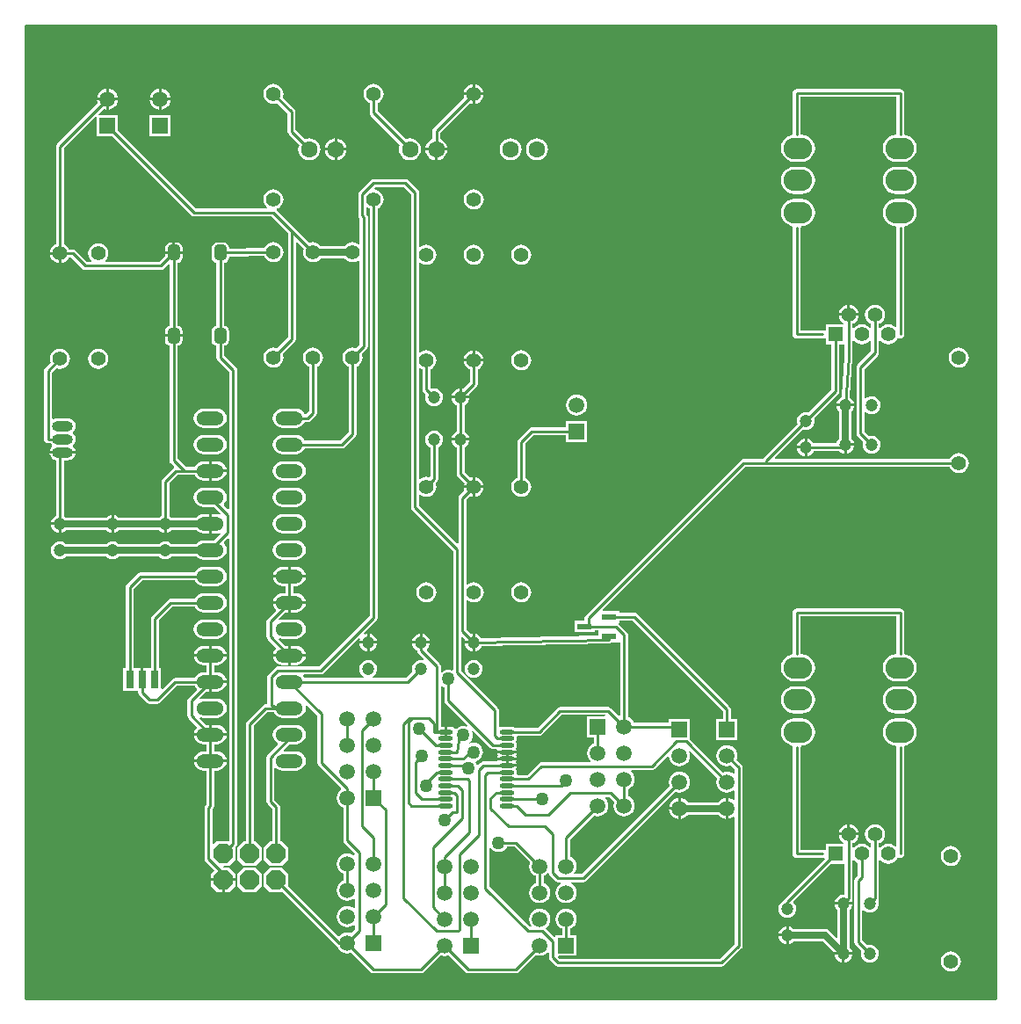
<source format=gtl>
G04*
G04 #@! TF.GenerationSoftware,Altium Limited,Altium Designer,20.0.10 (225)*
G04*
G04 Layer_Physical_Order=1*
G04 Layer_Color=255*
%FSLAX24Y24*%
%MOIN*%
G70*
G01*
G75*
%ADD12C,0.0100*%
%ADD17R,0.0571X0.0236*%
G04:AMPARAMS|DCode=18|XSize=57mil|YSize=45mil|CornerRadius=11.3mil|HoleSize=0mil|Usage=FLASHONLY|Rotation=90.000|XOffset=0mil|YOffset=0mil|HoleType=Round|Shape=RoundedRectangle|*
%AMROUNDEDRECTD18*
21,1,0.0570,0.0225,0,0,90.0*
21,1,0.0345,0.0450,0,0,90.0*
1,1,0.0225,0.0113,0.0173*
1,1,0.0225,0.0113,-0.0173*
1,1,0.0225,-0.0113,-0.0173*
1,1,0.0225,-0.0113,0.0173*
%
%ADD18ROUNDEDRECTD18*%
%ADD19O,0.0551X0.0177*%
%ADD20R,0.0280X0.0670*%
%ADD37C,0.0250*%
%ADD38C,0.0591*%
%ADD39R,0.0591X0.0591*%
%ADD40C,0.0472*%
%ADD41C,0.0630*%
%ADD42P,0.0801X8X202.5*%
%ADD43C,0.0551*%
%ADD44O,0.0787X0.0394*%
%ADD45O,0.0787X0.0394*%
%ADD46O,0.1040X0.0520*%
%ADD47R,0.0551X0.0551*%
%ADD48O,0.1079X0.0827*%
%ADD49C,0.0500*%
G36*
X36800Y0D02*
X0D01*
Y36900D01*
X36800D01*
X36800Y0D01*
D02*
G37*
%LPC*%
G36*
X17050Y34672D02*
Y34350D01*
X17372D01*
X17366Y34398D01*
X17328Y34489D01*
X17268Y34568D01*
X17189Y34628D01*
X17098Y34666D01*
X17050Y34672D01*
D02*
G37*
G36*
X16950D02*
X16902Y34666D01*
X16811Y34628D01*
X16732Y34568D01*
X16672Y34489D01*
X16634Y34398D01*
X16628Y34350D01*
X16950D01*
Y34672D01*
D02*
G37*
G36*
X5150Y34492D02*
Y34150D01*
X5492D01*
X5485Y34203D01*
X5445Y34299D01*
X5382Y34382D01*
X5299Y34445D01*
X5203Y34485D01*
X5150Y34492D01*
D02*
G37*
G36*
X3150D02*
Y34150D01*
X3492D01*
X3485Y34203D01*
X3445Y34299D01*
X3382Y34382D01*
X3299Y34445D01*
X3203Y34485D01*
X3150Y34492D01*
D02*
G37*
G36*
X5050D02*
X4997Y34485D01*
X4901Y34445D01*
X4818Y34382D01*
X4755Y34299D01*
X4715Y34203D01*
X4708Y34150D01*
X5050D01*
Y34492D01*
D02*
G37*
G36*
X3050D02*
X2997Y34485D01*
X2901Y34445D01*
X2818Y34382D01*
X2755Y34299D01*
X2715Y34203D01*
X2708Y34150D01*
X3050D01*
Y34492D01*
D02*
G37*
G36*
X17372Y34250D02*
X17050D01*
Y33928D01*
X17098Y33934D01*
X17189Y33972D01*
X17268Y34032D01*
X17328Y34111D01*
X17366Y34202D01*
X17372Y34250D01*
D02*
G37*
G36*
X16950D02*
X16628D01*
X16634Y34202D01*
X16649Y34165D01*
X15473Y32989D01*
X15439Y32939D01*
X15428Y32881D01*
Y32586D01*
X15371Y32562D01*
X15285Y32496D01*
X15218Y32409D01*
X15176Y32308D01*
X15169Y32250D01*
X15581D01*
X15993D01*
X15985Y32308D01*
X15943Y32409D01*
X15877Y32496D01*
X15790Y32562D01*
X15734Y32586D01*
Y32817D01*
X16865Y33949D01*
X16902Y33934D01*
X16950Y33928D01*
Y34250D01*
D02*
G37*
G36*
X5492Y34050D02*
X5150D01*
Y33708D01*
X5203Y33715D01*
X5299Y33755D01*
X5382Y33818D01*
X5445Y33901D01*
X5485Y33997D01*
X5492Y34050D01*
D02*
G37*
G36*
X3492D02*
X3150D01*
Y33708D01*
X3203Y33715D01*
X3299Y33755D01*
X3382Y33818D01*
X3445Y33901D01*
X3485Y33997D01*
X3492Y34050D01*
D02*
G37*
G36*
X5050D02*
X4708D01*
X4715Y33997D01*
X4755Y33901D01*
X4818Y33818D01*
X4901Y33755D01*
X4997Y33715D01*
X5050Y33708D01*
Y34050D01*
D02*
G37*
G36*
X3050D02*
X2708D01*
X2715Y33997D01*
X2734Y33950D01*
X1192Y32408D01*
X1159Y32359D01*
X1147Y32300D01*
Y28593D01*
X1111Y28578D01*
X1032Y28518D01*
X972Y28439D01*
X934Y28348D01*
X928Y28300D01*
X1300D01*
Y28250D01*
X1350D01*
Y27878D01*
X1398Y27884D01*
X1489Y27922D01*
X1568Y27982D01*
X1628Y28061D01*
X1643Y28097D01*
X1727D01*
X2152Y27672D01*
X2201Y27639D01*
X2260Y27627D01*
X5119D01*
X5178Y27639D01*
X5228Y27672D01*
X5415Y27860D01*
X5465Y27839D01*
Y25506D01*
X5423Y25498D01*
X5352Y25451D01*
X5305Y25381D01*
X5289Y25298D01*
Y25175D01*
X5618D01*
X5947D01*
Y25298D01*
X5931Y25381D01*
X5884Y25451D01*
X5814Y25498D01*
X5771Y25506D01*
Y27898D01*
X5814Y27906D01*
X5884Y27953D01*
X5931Y28023D01*
X5947Y28106D01*
Y28229D01*
X5618D01*
X5289D01*
Y28166D01*
X5056Y27933D01*
X3032D01*
X3021Y27964D01*
X3018Y27983D01*
X3078Y28061D01*
X3116Y28152D01*
X3129Y28250D01*
X3116Y28348D01*
X3078Y28439D01*
X3018Y28518D01*
X2939Y28578D01*
X2848Y28616D01*
X2750Y28629D01*
X2652Y28616D01*
X2561Y28578D01*
X2482Y28518D01*
X2422Y28439D01*
X2384Y28348D01*
X2371Y28250D01*
X2384Y28152D01*
X2422Y28061D01*
X2482Y27983D01*
X2479Y27964D01*
X2468Y27933D01*
X2323D01*
X1898Y28358D01*
X1849Y28391D01*
X1790Y28403D01*
X1643D01*
X1628Y28439D01*
X1568Y28518D01*
X1489Y28578D01*
X1453Y28593D01*
Y32237D01*
X2659Y33442D01*
X2705Y33423D01*
Y32705D01*
X3279D01*
X6292Y29691D01*
X6342Y29658D01*
X6401Y29646D01*
X9337D01*
X9947Y29037D01*
Y25063D01*
X9535Y24651D01*
X9498Y24666D01*
X9400Y24679D01*
X9302Y24666D01*
X9211Y24628D01*
X9132Y24568D01*
X9072Y24489D01*
X9034Y24398D01*
X9021Y24300D01*
X9034Y24202D01*
X9072Y24111D01*
X9132Y24032D01*
X9211Y23972D01*
X9302Y23934D01*
X9400Y23921D01*
X9498Y23934D01*
X9589Y23972D01*
X9668Y24032D01*
X9728Y24111D01*
X9766Y24202D01*
X9779Y24300D01*
X9766Y24398D01*
X9751Y24435D01*
X10208Y24892D01*
X10241Y24941D01*
X10253Y25000D01*
Y28665D01*
X10299Y28685D01*
X10549Y28435D01*
X10534Y28398D01*
X10521Y28300D01*
X10534Y28202D01*
X10572Y28111D01*
X10632Y28032D01*
X10711Y27972D01*
X10802Y27934D01*
X10900Y27921D01*
X10998Y27934D01*
X11089Y27972D01*
X11168Y28032D01*
X11197Y28071D01*
X12103D01*
X12132Y28032D01*
X12211Y27972D01*
X12302Y27934D01*
X12400Y27921D01*
X12498Y27934D01*
X12589Y27972D01*
X12627Y28001D01*
X12677Y27976D01*
Y24793D01*
X12535Y24651D01*
X12498Y24666D01*
X12400Y24679D01*
X12302Y24666D01*
X12211Y24628D01*
X12132Y24568D01*
X12072Y24489D01*
X12034Y24398D01*
X12021Y24300D01*
X12034Y24202D01*
X12072Y24111D01*
X12132Y24032D01*
X12211Y23972D01*
X12247Y23957D01*
Y21463D01*
X11937Y21153D01*
X10586D01*
X10574Y21182D01*
X10517Y21257D01*
X10442Y21314D01*
X10354Y21351D01*
X10260Y21363D01*
X9740D01*
X9646Y21351D01*
X9558Y21314D01*
X9483Y21257D01*
X9426Y21182D01*
X9389Y21094D01*
X9377Y21000D01*
X9389Y20906D01*
X9426Y20818D01*
X9483Y20743D01*
X9558Y20686D01*
X9646Y20649D01*
X9740Y20637D01*
X10260D01*
X10354Y20649D01*
X10442Y20686D01*
X10517Y20743D01*
X10574Y20818D01*
X10586Y20847D01*
X12000D01*
X12059Y20859D01*
X12108Y20892D01*
X12508Y21292D01*
X12541Y21341D01*
X12553Y21400D01*
Y23957D01*
X12589Y23972D01*
X12668Y24032D01*
X12728Y24111D01*
X12766Y24202D01*
X12779Y24300D01*
X12766Y24398D01*
X12751Y24435D01*
X12938Y24622D01*
X12971Y24671D01*
X12983Y24730D01*
Y29620D01*
X12971Y29679D01*
X12938Y29728D01*
X12923Y29743D01*
Y29976D01*
X12973Y30001D01*
X13011Y29972D01*
X13047Y29957D01*
Y14493D01*
X11137Y12583D01*
X9560D01*
X9501Y12571D01*
X9452Y12538D01*
X9222Y12308D01*
X9189Y12259D01*
X9177Y12200D01*
Y11153D01*
X9100D01*
X9041Y11141D01*
X8992Y11108D01*
X8392Y10508D01*
X8359Y10459D01*
X8347Y10400D01*
Y5970D01*
X8265D01*
X8030Y5735D01*
Y5265D01*
X8265Y5030D01*
X8735D01*
X8970Y5265D01*
Y5735D01*
X8735Y5970D01*
X8653D01*
Y10337D01*
X9163Y10847D01*
X9414D01*
X9426Y10818D01*
X9483Y10743D01*
X9558Y10686D01*
X9646Y10649D01*
X9740Y10637D01*
X10260D01*
X10354Y10649D01*
X10442Y10686D01*
X10517Y10743D01*
X10574Y10818D01*
X10611Y10906D01*
X10623Y11000D01*
X10611Y11094D01*
X10605Y11108D01*
X10647Y11136D01*
X11067Y10717D01*
Y8930D01*
X11079Y8871D01*
X11112Y8822D01*
X11967Y7967D01*
X11964Y7917D01*
X11918Y7882D01*
X11855Y7799D01*
X11815Y7703D01*
X11801Y7600D01*
X11815Y7497D01*
X11855Y7401D01*
X11918Y7318D01*
X12001Y7255D01*
X12047Y7236D01*
Y5980D01*
X12059Y5921D01*
X12092Y5872D01*
X12485Y5479D01*
X12481Y5443D01*
X12432Y5420D01*
X12399Y5445D01*
X12303Y5485D01*
X12200Y5499D01*
X12097Y5485D01*
X12001Y5445D01*
X11918Y5382D01*
X11855Y5299D01*
X11815Y5203D01*
X11801Y5100D01*
X11815Y4997D01*
X11855Y4901D01*
X11918Y4818D01*
X12001Y4755D01*
X12047Y4736D01*
Y4464D01*
X12001Y4445D01*
X11918Y4382D01*
X11855Y4299D01*
X11815Y4203D01*
X11801Y4100D01*
X11815Y3997D01*
X11855Y3901D01*
X11918Y3818D01*
X12001Y3755D01*
X12097Y3715D01*
X12200Y3701D01*
X12303Y3715D01*
X12399Y3755D01*
X12447Y3791D01*
X12497Y3767D01*
Y3433D01*
X12447Y3409D01*
X12399Y3445D01*
X12303Y3485D01*
X12200Y3499D01*
X12097Y3485D01*
X12001Y3445D01*
X11918Y3382D01*
X11855Y3299D01*
X11815Y3203D01*
X11801Y3100D01*
X11815Y2997D01*
X11855Y2901D01*
X11918Y2818D01*
X12001Y2755D01*
X12097Y2715D01*
X12200Y2701D01*
X12303Y2715D01*
X12399Y2755D01*
X12447Y2791D01*
X12497Y2767D01*
Y2613D01*
X12350Y2466D01*
X12303Y2485D01*
X12200Y2499D01*
X12097Y2485D01*
X12001Y2445D01*
X11918Y2382D01*
X11905Y2365D01*
X11855Y2361D01*
X9961Y4256D01*
X9970Y4265D01*
Y4735D01*
X9735Y4970D01*
X9265D01*
X9030Y4735D01*
Y4265D01*
X9265Y4030D01*
X9735D01*
X9744Y4039D01*
X11792Y1992D01*
X11827Y1969D01*
X11855Y1901D01*
X11918Y1818D01*
X12001Y1755D01*
X12097Y1715D01*
X12200Y1701D01*
X12303Y1715D01*
X12350Y1734D01*
X13092Y992D01*
X13141Y959D01*
X13200Y947D01*
X15000D01*
X15059Y959D01*
X15108Y992D01*
X15750Y1634D01*
X15797Y1615D01*
X15900Y1601D01*
X16003Y1615D01*
X16050Y1634D01*
X16692Y992D01*
X16741Y959D01*
X16800Y947D01*
X18592D01*
X18651Y959D01*
X18700Y992D01*
X19350Y1642D01*
X19397Y1623D01*
X19500Y1609D01*
X19603Y1623D01*
X19699Y1663D01*
X19782Y1726D01*
X19797Y1746D01*
X19847Y1729D01*
Y1550D01*
X19859Y1491D01*
X19892Y1442D01*
X20092Y1242D01*
X20141Y1209D01*
X20200Y1197D01*
X26400D01*
X26459Y1209D01*
X26508Y1242D01*
X27158Y1892D01*
X27191Y1941D01*
X27203Y2000D01*
Y8750D01*
X27191Y8809D01*
X27158Y8858D01*
X26966Y9050D01*
X26985Y9097D01*
X26999Y9200D01*
X26985Y9303D01*
X26945Y9399D01*
X26882Y9482D01*
X26799Y9545D01*
X26703Y9585D01*
X26600Y9599D01*
X26497Y9585D01*
X26401Y9545D01*
X26318Y9482D01*
X26255Y9399D01*
X26215Y9303D01*
X26201Y9200D01*
X26215Y9097D01*
X26255Y9001D01*
X26318Y8918D01*
X26401Y8855D01*
X26497Y8815D01*
X26600Y8801D01*
X26703Y8815D01*
X26750Y8834D01*
X26897Y8687D01*
Y8533D01*
X26847Y8509D01*
X26799Y8545D01*
X26703Y8585D01*
X26600Y8599D01*
X26497Y8585D01*
X26450Y8566D01*
X25195Y9821D01*
Y10595D01*
X24405D01*
Y10453D01*
X23064D01*
X23045Y10499D01*
X22982Y10582D01*
X22899Y10645D01*
X22853Y10664D01*
Y13800D01*
X22841Y13859D01*
X22808Y13908D01*
X22510Y14206D01*
X22511Y14256D01*
X22511Y14256D01*
X22511Y14256D01*
Y14321D01*
X23023D01*
X26447Y10897D01*
Y10595D01*
X26205D01*
Y9805D01*
X26995D01*
Y10595D01*
X26753D01*
Y10960D01*
X26741Y11019D01*
X26708Y11068D01*
X23194Y14582D01*
X23145Y14615D01*
X23086Y14627D01*
X22511D01*
Y14692D01*
X21903D01*
X21884Y14738D01*
X27293Y20147D01*
X35057D01*
X35072Y20111D01*
X35132Y20032D01*
X35211Y19972D01*
X35302Y19934D01*
X35400Y19921D01*
X35498Y19934D01*
X35589Y19972D01*
X35668Y20032D01*
X35728Y20111D01*
X35766Y20202D01*
X35779Y20300D01*
X35766Y20398D01*
X35728Y20489D01*
X35668Y20568D01*
X35589Y20628D01*
X35498Y20666D01*
X35400Y20679D01*
X35302Y20666D01*
X35211Y20628D01*
X35132Y20568D01*
X35072Y20489D01*
X35057Y20453D01*
X28435D01*
X28415Y20499D01*
X29496Y21579D01*
X29512Y21572D01*
X29600Y21561D01*
X29688Y21572D01*
X29770Y21606D01*
X29840Y21660D01*
X29894Y21730D01*
X29928Y21812D01*
X29939Y21900D01*
X29928Y21988D01*
X29921Y22004D01*
X30829Y22913D01*
X30863Y22963D01*
X30874Y23021D01*
Y24802D01*
X31068D01*
Y24336D01*
X30967Y22809D01*
X30930Y22794D01*
X30860Y22740D01*
X30806Y22670D01*
X30772Y22588D01*
X30767Y22550D01*
X31100D01*
X31433D01*
X31428Y22588D01*
X31394Y22670D01*
X31340Y22740D01*
X31273Y22791D01*
X31374Y24321D01*
X31373Y24326D01*
X31374Y24331D01*
Y24931D01*
X31424Y24948D01*
X31453Y24910D01*
X31532Y24850D01*
X31623Y24812D01*
X31721Y24799D01*
X31819Y24812D01*
X31911Y24850D01*
X31989Y24910D01*
X32018Y24948D01*
X32068Y24931D01*
Y24545D01*
X31562Y24038D01*
X31529Y23989D01*
X31517Y23930D01*
Y21430D01*
X31529Y21371D01*
X31562Y21322D01*
X31779Y21104D01*
X31772Y21088D01*
X31761Y21000D01*
X31772Y20912D01*
X31806Y20830D01*
X31860Y20760D01*
X31930Y20706D01*
X32012Y20672D01*
X32100Y20661D01*
X32188Y20672D01*
X32270Y20706D01*
X32340Y20760D01*
X32394Y20830D01*
X32428Y20912D01*
X32439Y21000D01*
X32428Y21088D01*
X32394Y21170D01*
X32340Y21240D01*
X32270Y21294D01*
X32188Y21328D01*
X32100Y21339D01*
X32012Y21328D01*
X31996Y21321D01*
X31823Y21493D01*
Y22232D01*
X31873Y22250D01*
X31930Y22206D01*
X32012Y22172D01*
X32100Y22161D01*
X32188Y22172D01*
X32270Y22206D01*
X32340Y22260D01*
X32394Y22330D01*
X32428Y22412D01*
X32439Y22500D01*
X32428Y22588D01*
X32394Y22670D01*
X32340Y22740D01*
X32270Y22794D01*
X32188Y22828D01*
X32100Y22839D01*
X32012Y22828D01*
X31930Y22794D01*
X31873Y22750D01*
X31823Y22768D01*
Y23867D01*
X32329Y24373D01*
X32363Y24423D01*
X32374Y24481D01*
Y24931D01*
X32424Y24948D01*
X32453Y24910D01*
X32532Y24850D01*
X32623Y24812D01*
X32721Y24799D01*
X32819Y24812D01*
X32911Y24850D01*
X32989Y24910D01*
X33049Y24989D01*
X33066Y25029D01*
X33114Y25043D01*
X33123Y25037D01*
X33182Y25025D01*
X33240Y25037D01*
X33290Y25070D01*
X33323Y25119D01*
X33335Y25178D01*
Y29213D01*
X33330Y29238D01*
X33365Y29293D01*
X33418Y29300D01*
X33543Y29352D01*
X33650Y29434D01*
X33733Y29541D01*
X33784Y29666D01*
X33802Y29800D01*
X33784Y29934D01*
X33733Y30059D01*
X33650Y30166D01*
X33543Y30248D01*
X33418Y30300D01*
X33284Y30318D01*
X33032D01*
X32898Y30300D01*
X32773Y30248D01*
X32666Y30166D01*
X32584Y30059D01*
X32532Y29934D01*
X32514Y29800D01*
X32532Y29666D01*
X32584Y29541D01*
X32666Y29434D01*
X32773Y29352D01*
X32898Y29300D01*
X32995Y29287D01*
X33033Y29235D01*
X33033Y29232D01*
X33029Y29213D01*
Y25469D01*
X32979Y25454D01*
X32911Y25506D01*
X32819Y25544D01*
X32721Y25557D01*
X32623Y25544D01*
X32532Y25506D01*
X32453Y25446D01*
X32424Y25408D01*
X32374Y25425D01*
Y25585D01*
X32411Y25600D01*
X32489Y25660D01*
X32549Y25739D01*
X32587Y25830D01*
X32600Y25928D01*
X32587Y26026D01*
X32549Y26117D01*
X32489Y26196D01*
X32411Y26256D01*
X32319Y26294D01*
X32221Y26307D01*
X32123Y26294D01*
X32032Y26256D01*
X31953Y26196D01*
X31893Y26117D01*
X31855Y26026D01*
X31842Y25928D01*
X31855Y25830D01*
X31893Y25739D01*
X31953Y25660D01*
X32032Y25600D01*
X32068Y25585D01*
Y25425D01*
X32018Y25408D01*
X31989Y25446D01*
X31911Y25506D01*
X31819Y25544D01*
X31721Y25557D01*
X31623Y25544D01*
X31532Y25506D01*
X31453Y25446D01*
X31424Y25408D01*
X31374Y25425D01*
Y25585D01*
X31411Y25600D01*
X31489Y25660D01*
X31549Y25739D01*
X31587Y25830D01*
X31594Y25878D01*
X31221D01*
X30849D01*
X30855Y25830D01*
X30893Y25739D01*
X30953Y25660D01*
X31027Y25604D01*
X31027Y25587D01*
X31013Y25554D01*
X30346D01*
Y25341D01*
X30296Y25314D01*
X30288Y25319D01*
X30229Y25331D01*
X29398D01*
Y29213D01*
X29394Y29232D01*
X29420Y29273D01*
X29434Y29283D01*
X29560Y29300D01*
X29685Y29352D01*
X29792Y29434D01*
X29874Y29541D01*
X29926Y29666D01*
X29944Y29800D01*
X29926Y29934D01*
X29874Y30059D01*
X29792Y30166D01*
X29685Y30248D01*
X29560Y30300D01*
X29426Y30318D01*
X29174D01*
X29040Y30300D01*
X28915Y30248D01*
X28808Y30166D01*
X28726Y30059D01*
X28674Y29934D01*
X28656Y29800D01*
X28674Y29666D01*
X28726Y29541D01*
X28808Y29434D01*
X28915Y29352D01*
X29040Y29300D01*
X29065Y29297D01*
X29098Y29242D01*
X29092Y29213D01*
Y25178D01*
X29104Y25119D01*
X29137Y25070D01*
X29186Y25037D01*
X29245Y25025D01*
X30229D01*
X30288Y25037D01*
X30296Y25042D01*
X30346Y25015D01*
Y24802D01*
X30568D01*
Y23085D01*
X29704Y22221D01*
X29688Y22228D01*
X29600Y22239D01*
X29512Y22228D01*
X29430Y22194D01*
X29360Y22140D01*
X29306Y22070D01*
X29272Y21988D01*
X29261Y21900D01*
X29272Y21812D01*
X29279Y21796D01*
X27992Y20508D01*
X27959Y20459D01*
X27958Y20453D01*
X27229D01*
X27171Y20441D01*
X27121Y20408D01*
X21252Y14539D01*
X21219Y14490D01*
X21207Y14431D01*
Y14318D01*
X20815D01*
Y13882D01*
X21585D01*
Y13947D01*
X21691D01*
X21740Y13944D01*
Y13745D01*
X17298Y13659D01*
X17294Y13670D01*
X17240Y13740D01*
X17170Y13794D01*
X17088Y13828D01*
X17050Y13833D01*
Y13500D01*
Y13167D01*
X17088Y13172D01*
X17170Y13206D01*
X17240Y13260D01*
X17294Y13330D01*
X17303Y13353D01*
X22128Y13447D01*
X22156Y13453D01*
X22184Y13459D01*
X22185Y13460D01*
X22186Y13460D01*
X22210Y13476D01*
X22233Y13492D01*
X22234Y13493D01*
X22235Y13494D01*
X22244Y13508D01*
X22511D01*
X22547Y13475D01*
Y10735D01*
X22501Y10715D01*
X22208Y11008D01*
X22159Y11041D01*
X22100Y11053D01*
X20273D01*
X20214Y11041D01*
X20164Y11008D01*
X19417Y10260D01*
X18559D01*
X18522Y10285D01*
X18448Y10300D01*
X18074D01*
X18001Y10285D01*
X17995Y10282D01*
X17951Y10305D01*
Y10922D01*
X17940Y10980D01*
X17907Y11030D01*
X16523Y12413D01*
Y13695D01*
X16569Y13715D01*
X16679Y13604D01*
X16672Y13588D01*
X16667Y13550D01*
X16950D01*
Y13833D01*
X16912Y13828D01*
X16896Y13821D01*
X16723Y13993D01*
Y15076D01*
X16773Y15101D01*
X16811Y15072D01*
X16902Y15034D01*
X17000Y15021D01*
X17098Y15034D01*
X17189Y15072D01*
X17268Y15132D01*
X17328Y15211D01*
X17366Y15302D01*
X17379Y15400D01*
X17366Y15498D01*
X17328Y15589D01*
X17268Y15668D01*
X17189Y15728D01*
X17098Y15766D01*
X17000Y15779D01*
X16902Y15766D01*
X16811Y15728D01*
X16773Y15699D01*
X16723Y15724D01*
Y18907D01*
X16865Y19049D01*
X16902Y19034D01*
X16950Y19028D01*
Y19350D01*
X16628D01*
X16634Y19302D01*
X16649Y19265D01*
X16462Y19078D01*
X16429Y19029D01*
X16417Y18970D01*
Y17255D01*
X16371Y17235D01*
X14923Y18683D01*
Y19076D01*
X14973Y19101D01*
X15011Y19072D01*
X15102Y19034D01*
X15200Y19021D01*
X15298Y19034D01*
X15389Y19072D01*
X15468Y19132D01*
X15528Y19211D01*
X15566Y19302D01*
X15579Y19400D01*
X15566Y19498D01*
X15551Y19535D01*
X15608Y19592D01*
X15641Y19641D01*
X15653Y19700D01*
Y20899D01*
X15670Y20906D01*
X15740Y20960D01*
X15794Y21030D01*
X15828Y21112D01*
X15839Y21200D01*
X15828Y21288D01*
X15794Y21370D01*
X15740Y21440D01*
X15670Y21494D01*
X15588Y21528D01*
X15500Y21539D01*
X15412Y21528D01*
X15330Y21494D01*
X15260Y21440D01*
X15206Y21370D01*
X15172Y21288D01*
X15161Y21200D01*
X15172Y21112D01*
X15206Y21030D01*
X15260Y20960D01*
X15330Y20906D01*
X15347Y20899D01*
Y19800D01*
X15298Y19766D01*
X15200Y19779D01*
X15102Y19766D01*
X15011Y19728D01*
X14973Y19699D01*
X14923Y19724D01*
Y23876D01*
X14973Y23901D01*
X15011Y23872D01*
X15047Y23857D01*
Y23100D01*
X15059Y23041D01*
X15092Y22992D01*
X15179Y22904D01*
X15172Y22888D01*
X15161Y22800D01*
X15172Y22712D01*
X15206Y22630D01*
X15260Y22560D01*
X15330Y22506D01*
X15412Y22472D01*
X15500Y22461D01*
X15588Y22472D01*
X15670Y22506D01*
X15740Y22560D01*
X15794Y22630D01*
X15828Y22712D01*
X15839Y22800D01*
X15828Y22888D01*
X15794Y22970D01*
X15740Y23040D01*
X15670Y23094D01*
X15588Y23128D01*
X15500Y23139D01*
X15412Y23128D01*
X15396Y23121D01*
X15353Y23163D01*
Y23857D01*
X15389Y23872D01*
X15468Y23932D01*
X15528Y24011D01*
X15566Y24102D01*
X15579Y24200D01*
X15566Y24298D01*
X15528Y24389D01*
X15468Y24468D01*
X15389Y24528D01*
X15298Y24566D01*
X15200Y24579D01*
X15102Y24566D01*
X15011Y24528D01*
X14973Y24499D01*
X14923Y24524D01*
Y27876D01*
X14973Y27901D01*
X15011Y27872D01*
X15102Y27834D01*
X15200Y27821D01*
X15298Y27834D01*
X15389Y27872D01*
X15468Y27932D01*
X15528Y28011D01*
X15566Y28102D01*
X15579Y28200D01*
X15566Y28298D01*
X15528Y28389D01*
X15468Y28468D01*
X15389Y28528D01*
X15298Y28566D01*
X15200Y28579D01*
X15102Y28566D01*
X15011Y28528D01*
X14973Y28499D01*
X14923Y28524D01*
Y30550D01*
X14911Y30609D01*
X14878Y30658D01*
X14518Y31018D01*
X14469Y31051D01*
X14410Y31063D01*
X13200D01*
X13141Y31051D01*
X13092Y31018D01*
X12662Y30588D01*
X12629Y30539D01*
X12617Y30480D01*
Y29680D01*
X12629Y29621D01*
X12662Y29572D01*
X12677Y29557D01*
Y28624D01*
X12627Y28599D01*
X12589Y28628D01*
X12498Y28666D01*
X12400Y28679D01*
X12302Y28666D01*
X12211Y28628D01*
X12132Y28568D01*
X12103Y28529D01*
X11197D01*
X11168Y28568D01*
X11089Y28628D01*
X10998Y28666D01*
X10900Y28679D01*
X10802Y28666D01*
X10765Y28651D01*
X10208Y29208D01*
X9525Y29891D01*
X9531Y29942D01*
X9536Y29950D01*
X9589Y29972D01*
X9668Y30032D01*
X9728Y30111D01*
X9766Y30202D01*
X9779Y30300D01*
X9766Y30398D01*
X9728Y30489D01*
X9668Y30568D01*
X9589Y30628D01*
X9498Y30666D01*
X9400Y30679D01*
X9302Y30666D01*
X9211Y30628D01*
X9132Y30568D01*
X9072Y30489D01*
X9034Y30398D01*
X9021Y30300D01*
X9034Y30202D01*
X9072Y30111D01*
X9132Y30032D01*
X9171Y30002D01*
X9154Y29952D01*
X6464D01*
X3495Y32921D01*
Y33495D01*
X2777D01*
X2758Y33541D01*
X2950Y33734D01*
X2997Y33715D01*
X3050Y33708D01*
Y34050D01*
D02*
G37*
G36*
X5495Y33495D02*
X4705D01*
Y32705D01*
X5495D01*
Y33495D01*
D02*
G37*
G36*
X11811Y32612D02*
Y32250D01*
X12173D01*
X12166Y32308D01*
X12124Y32409D01*
X12057Y32496D01*
X11971Y32562D01*
X11870Y32604D01*
X11811Y32612D01*
D02*
G37*
G36*
X11711D02*
X11653Y32604D01*
X11552Y32562D01*
X11465Y32496D01*
X11399Y32409D01*
X11357Y32308D01*
X11349Y32250D01*
X11711D01*
Y32612D01*
D02*
G37*
G36*
X15993Y32150D02*
X15631D01*
Y31788D01*
X15689Y31796D01*
X15790Y31838D01*
X15877Y31904D01*
X15943Y31991D01*
X15985Y32092D01*
X15993Y32150D01*
D02*
G37*
G36*
X12173D02*
X11811D01*
Y31788D01*
X11870Y31796D01*
X11971Y31838D01*
X12057Y31904D01*
X12124Y31991D01*
X12166Y32092D01*
X12173Y32150D01*
D02*
G37*
G36*
X15531D02*
X15169D01*
X15176Y32092D01*
X15218Y31991D01*
X15285Y31904D01*
X15371Y31838D01*
X15472Y31796D01*
X15531Y31788D01*
Y32150D01*
D02*
G37*
G36*
X11711D02*
X11349D01*
X11357Y32092D01*
X11399Y31991D01*
X11465Y31904D01*
X11552Y31838D01*
X11653Y31796D01*
X11711Y31788D01*
Y32150D01*
D02*
G37*
G36*
X19400Y32619D02*
X19292Y32604D01*
X19191Y32562D01*
X19104Y32496D01*
X19038Y32409D01*
X18996Y32308D01*
X18981Y32200D01*
X18996Y32092D01*
X19038Y31991D01*
X19104Y31904D01*
X19191Y31838D01*
X19292Y31796D01*
X19400Y31781D01*
X19508Y31796D01*
X19609Y31838D01*
X19696Y31904D01*
X19762Y31991D01*
X19804Y32092D01*
X19819Y32200D01*
X19804Y32308D01*
X19762Y32409D01*
X19696Y32496D01*
X19609Y32562D01*
X19508Y32604D01*
X19400Y32619D01*
D02*
G37*
G36*
X18400D02*
X18292Y32604D01*
X18191Y32562D01*
X18104Y32496D01*
X18038Y32409D01*
X17996Y32308D01*
X17981Y32200D01*
X17996Y32092D01*
X18038Y31991D01*
X18104Y31904D01*
X18191Y31838D01*
X18292Y31796D01*
X18400Y31781D01*
X18508Y31796D01*
X18609Y31838D01*
X18696Y31904D01*
X18762Y31991D01*
X18804Y32092D01*
X18819Y32200D01*
X18804Y32308D01*
X18762Y32409D01*
X18696Y32496D01*
X18609Y32562D01*
X18508Y32604D01*
X18400Y32619D01*
D02*
G37*
G36*
X13200Y34679D02*
X13102Y34666D01*
X13011Y34628D01*
X12932Y34568D01*
X12872Y34489D01*
X12834Y34398D01*
X12821Y34300D01*
X12834Y34202D01*
X12872Y34111D01*
X12932Y34032D01*
X13011Y33972D01*
X13047Y33957D01*
Y33581D01*
X13059Y33522D01*
X13092Y33473D01*
X14200Y32365D01*
X14176Y32308D01*
X14162Y32200D01*
X14176Y32092D01*
X14218Y31991D01*
X14285Y31904D01*
X14371Y31838D01*
X14472Y31796D01*
X14581Y31781D01*
X14689Y31796D01*
X14790Y31838D01*
X14877Y31904D01*
X14943Y31991D01*
X14985Y32092D01*
X14999Y32200D01*
X14985Y32308D01*
X14943Y32409D01*
X14877Y32496D01*
X14790Y32562D01*
X14689Y32604D01*
X14581Y32619D01*
X14472Y32604D01*
X14416Y32581D01*
X13353Y33644D01*
Y33957D01*
X13389Y33972D01*
X13468Y34032D01*
X13528Y34111D01*
X13566Y34202D01*
X13579Y34300D01*
X13566Y34398D01*
X13528Y34489D01*
X13468Y34568D01*
X13389Y34628D01*
X13298Y34666D01*
X13200Y34679D01*
D02*
G37*
G36*
X9400D02*
X9302Y34666D01*
X9211Y34628D01*
X9132Y34568D01*
X9072Y34489D01*
X9034Y34398D01*
X9021Y34300D01*
X9034Y34202D01*
X9072Y34111D01*
X9132Y34032D01*
X9211Y33972D01*
X9302Y33934D01*
X9400Y33921D01*
X9498Y33934D01*
X9535Y33949D01*
X9937Y33547D01*
Y32871D01*
X9949Y32813D01*
X9982Y32763D01*
X10380Y32365D01*
X10357Y32308D01*
X10343Y32200D01*
X10357Y32092D01*
X10399Y31991D01*
X10465Y31904D01*
X10552Y31838D01*
X10653Y31796D01*
X10761Y31781D01*
X10870Y31796D01*
X10971Y31838D01*
X11057Y31904D01*
X11124Y31991D01*
X11166Y32092D01*
X11180Y32200D01*
X11166Y32308D01*
X11124Y32409D01*
X11057Y32496D01*
X10971Y32562D01*
X10870Y32604D01*
X10761Y32619D01*
X10653Y32604D01*
X10597Y32581D01*
X10243Y32935D01*
Y33610D01*
X10231Y33669D01*
X10198Y33718D01*
X9751Y34165D01*
X9766Y34202D01*
X9779Y34300D01*
X9766Y34398D01*
X9728Y34489D01*
X9668Y34568D01*
X9589Y34628D01*
X9498Y34666D01*
X9400Y34679D01*
D02*
G37*
G36*
X33182Y34484D02*
X29245D01*
X29186Y34473D01*
X29137Y34440D01*
X29104Y34390D01*
X29092Y34332D01*
Y32757D01*
X29085Y32747D01*
X29040Y32741D01*
X28915Y32689D01*
X28808Y32607D01*
X28726Y32500D01*
X28674Y32375D01*
X28656Y32241D01*
X28674Y32107D01*
X28726Y31982D01*
X28808Y31875D01*
X28915Y31793D01*
X29040Y31741D01*
X29174Y31723D01*
X29426D01*
X29560Y31741D01*
X29685Y31793D01*
X29792Y31875D01*
X29874Y31982D01*
X29926Y32107D01*
X29944Y32241D01*
X29926Y32375D01*
X29874Y32500D01*
X29792Y32607D01*
X29685Y32689D01*
X29560Y32741D01*
X29426Y32759D01*
X29398D01*
Y34179D01*
X33029D01*
Y32758D01*
X32898Y32741D01*
X32773Y32689D01*
X32666Y32607D01*
X32584Y32500D01*
X32532Y32375D01*
X32514Y32241D01*
X32532Y32107D01*
X32584Y31982D01*
X32666Y31875D01*
X32773Y31793D01*
X32898Y31741D01*
X33032Y31723D01*
X33284D01*
X33418Y31741D01*
X33543Y31793D01*
X33650Y31875D01*
X33733Y31982D01*
X33784Y32107D01*
X33802Y32241D01*
X33784Y32375D01*
X33733Y32500D01*
X33650Y32607D01*
X33543Y32689D01*
X33418Y32741D01*
X33338Y32752D01*
X33335Y32757D01*
Y34332D01*
X33323Y34390D01*
X33290Y34440D01*
X33240Y34473D01*
X33182Y34484D01*
D02*
G37*
G36*
X33284Y31538D02*
X33032D01*
X32898Y31521D01*
X32773Y31469D01*
X32666Y31387D01*
X32584Y31279D01*
X32532Y31154D01*
X32514Y31020D01*
X32532Y30886D01*
X32584Y30762D01*
X32666Y30654D01*
X32773Y30572D01*
X32898Y30520D01*
X33032Y30503D01*
X33284D01*
X33418Y30520D01*
X33543Y30572D01*
X33650Y30654D01*
X33733Y30762D01*
X33784Y30886D01*
X33802Y31020D01*
X33784Y31154D01*
X33733Y31279D01*
X33650Y31387D01*
X33543Y31469D01*
X33418Y31521D01*
X33284Y31538D01*
D02*
G37*
G36*
X29426D02*
X29174D01*
X29040Y31521D01*
X28915Y31469D01*
X28808Y31387D01*
X28726Y31279D01*
X28674Y31154D01*
X28656Y31020D01*
X28674Y30886D01*
X28726Y30762D01*
X28808Y30654D01*
X28915Y30572D01*
X29040Y30520D01*
X29174Y30503D01*
X29426D01*
X29560Y30520D01*
X29685Y30572D01*
X29792Y30654D01*
X29874Y30762D01*
X29926Y30886D01*
X29944Y31020D01*
X29926Y31154D01*
X29874Y31279D01*
X29792Y31387D01*
X29685Y31469D01*
X29560Y31521D01*
X29426Y31538D01*
D02*
G37*
G36*
X17000Y30679D02*
X16902Y30666D01*
X16811Y30628D01*
X16732Y30568D01*
X16672Y30489D01*
X16634Y30398D01*
X16621Y30300D01*
X16634Y30202D01*
X16672Y30111D01*
X16732Y30032D01*
X16811Y29972D01*
X16902Y29934D01*
X17000Y29921D01*
X17098Y29934D01*
X17189Y29972D01*
X17268Y30032D01*
X17328Y30111D01*
X17366Y30202D01*
X17379Y30300D01*
X17366Y30398D01*
X17328Y30489D01*
X17268Y30568D01*
X17189Y30628D01*
X17098Y30666D01*
X17000Y30679D01*
D02*
G37*
G36*
X9400Y28679D02*
X9302Y28666D01*
X9211Y28628D01*
X9132Y28568D01*
X9072Y28489D01*
X9057Y28453D01*
X8401D01*
X8343Y28441D01*
X8328Y28432D01*
X7715D01*
Y28451D01*
X7698Y28534D01*
X7652Y28604D01*
X7581Y28651D01*
X7498Y28668D01*
X7273D01*
X7190Y28651D01*
X7120Y28604D01*
X7073Y28534D01*
X7057Y28451D01*
Y28106D01*
X7073Y28023D01*
X7120Y27953D01*
X7190Y27906D01*
X7233Y27898D01*
Y25506D01*
X7190Y25498D01*
X7120Y25451D01*
X7073Y25381D01*
X7057Y25298D01*
Y24953D01*
X7073Y24870D01*
X7120Y24799D01*
X7190Y24753D01*
X7233Y24744D01*
Y24300D01*
X7245Y24241D01*
X7278Y24192D01*
X7717Y23752D01*
Y18565D01*
X7671Y18545D01*
X7514Y18702D01*
X7517Y18743D01*
X7574Y18818D01*
X7611Y18906D01*
X7623Y19000D01*
X7611Y19094D01*
X7574Y19182D01*
X7517Y19257D01*
X7442Y19314D01*
X7354Y19351D01*
X7260Y19363D01*
X6740D01*
X6646Y19351D01*
X6558Y19314D01*
X6483Y19257D01*
X6426Y19182D01*
X6389Y19094D01*
X6377Y19000D01*
X6389Y18906D01*
X6426Y18818D01*
X6483Y18743D01*
X6558Y18686D01*
X6646Y18649D01*
X6740Y18637D01*
X7147D01*
X7396Y18387D01*
X7368Y18345D01*
X7354Y18351D01*
X7260Y18363D01*
X7050D01*
Y18000D01*
Y17637D01*
X7260D01*
X7354Y17649D01*
X7368Y17655D01*
X7396Y17613D01*
X7147Y17363D01*
X6740D01*
X6646Y17351D01*
X6558Y17314D01*
X6483Y17257D01*
X6462Y17229D01*
X5548D01*
X5540Y17240D01*
X5470Y17294D01*
X5388Y17328D01*
X5300Y17339D01*
X5212Y17328D01*
X5130Y17294D01*
X5060Y17240D01*
X5052Y17229D01*
X3548D01*
X3540Y17240D01*
X3470Y17294D01*
X3388Y17328D01*
X3300Y17339D01*
X3212Y17328D01*
X3130Y17294D01*
X3060Y17240D01*
X3052Y17229D01*
X1548D01*
X1540Y17240D01*
X1470Y17294D01*
X1388Y17328D01*
X1300Y17339D01*
X1212Y17328D01*
X1130Y17294D01*
X1060Y17240D01*
X1006Y17170D01*
X972Y17088D01*
X961Y17000D01*
X972Y16912D01*
X1006Y16830D01*
X1060Y16760D01*
X1130Y16706D01*
X1212Y16672D01*
X1300Y16661D01*
X1388Y16672D01*
X1470Y16706D01*
X1540Y16760D01*
X1548Y16771D01*
X3052D01*
X3060Y16760D01*
X3130Y16706D01*
X3212Y16672D01*
X3300Y16661D01*
X3388Y16672D01*
X3470Y16706D01*
X3540Y16760D01*
X3548Y16771D01*
X5052D01*
X5060Y16760D01*
X5130Y16706D01*
X5212Y16672D01*
X5300Y16661D01*
X5388Y16672D01*
X5470Y16706D01*
X5540Y16760D01*
X5548Y16771D01*
X6462D01*
X6483Y16743D01*
X6558Y16686D01*
X6646Y16649D01*
X6740Y16637D01*
X7260D01*
X7354Y16649D01*
X7442Y16686D01*
X7517Y16743D01*
X7574Y16818D01*
X7611Y16906D01*
X7623Y17000D01*
X7611Y17094D01*
X7574Y17182D01*
X7517Y17257D01*
X7514Y17298D01*
X7671Y17455D01*
X7717Y17435D01*
Y5970D01*
X7265D01*
X7139Y5844D01*
X7093Y5863D01*
Y7157D01*
X7108Y7172D01*
X7141Y7221D01*
X7153Y7280D01*
Y8637D01*
X7260D01*
X7354Y8649D01*
X7442Y8686D01*
X7517Y8743D01*
X7574Y8818D01*
X7611Y8906D01*
X7617Y8950D01*
X6383D01*
X6389Y8906D01*
X6426Y8818D01*
X6483Y8743D01*
X6558Y8686D01*
X6646Y8649D01*
X6740Y8637D01*
X6847D01*
Y7343D01*
X6832Y7328D01*
X6799Y7279D01*
X6787Y7220D01*
Y5280D01*
X6799Y5221D01*
X6832Y5172D01*
X7149Y4854D01*
X7030Y4735D01*
Y4550D01*
X7500D01*
X7970D01*
Y4735D01*
X7735Y4970D01*
X7501D01*
X7494Y4980D01*
X7521Y5030D01*
X7735D01*
X7970Y5265D01*
Y5735D01*
X7961Y5744D01*
X7978Y5762D01*
X8011Y5811D01*
X8023Y5870D01*
Y23816D01*
X8011Y23874D01*
X7978Y23924D01*
X7539Y24363D01*
Y24744D01*
X7581Y24753D01*
X7652Y24799D01*
X7698Y24870D01*
X7715Y24953D01*
Y25298D01*
X7698Y25381D01*
X7652Y25451D01*
X7581Y25498D01*
X7539Y25506D01*
Y27898D01*
X7581Y27906D01*
X7652Y27953D01*
X7698Y28023D01*
X7715Y28106D01*
Y28126D01*
X8380D01*
X8439Y28137D01*
X8453Y28147D01*
X9057D01*
X9072Y28111D01*
X9132Y28032D01*
X9211Y27972D01*
X9302Y27934D01*
X9400Y27921D01*
X9498Y27934D01*
X9589Y27972D01*
X9668Y28032D01*
X9728Y28111D01*
X9766Y28202D01*
X9779Y28300D01*
X9766Y28398D01*
X9728Y28489D01*
X9668Y28568D01*
X9589Y28628D01*
X9498Y28666D01*
X9400Y28679D01*
D02*
G37*
G36*
X5731Y28668D02*
X5668D01*
Y28329D01*
X5947D01*
Y28451D01*
X5931Y28534D01*
X5884Y28604D01*
X5814Y28651D01*
X5731Y28668D01*
D02*
G37*
G36*
X5568D02*
X5506D01*
X5423Y28651D01*
X5352Y28604D01*
X5305Y28534D01*
X5289Y28451D01*
Y28329D01*
X5568D01*
Y28668D01*
D02*
G37*
G36*
X1250Y28200D02*
X928D01*
X934Y28152D01*
X972Y28061D01*
X1032Y27982D01*
X1111Y27922D01*
X1202Y27884D01*
X1250Y27878D01*
Y28200D01*
D02*
G37*
G36*
X18800Y28579D02*
X18702Y28566D01*
X18611Y28528D01*
X18532Y28468D01*
X18472Y28389D01*
X18434Y28298D01*
X18421Y28200D01*
X18434Y28102D01*
X18472Y28011D01*
X18532Y27932D01*
X18611Y27872D01*
X18702Y27834D01*
X18800Y27821D01*
X18898Y27834D01*
X18989Y27872D01*
X19068Y27932D01*
X19128Y28011D01*
X19166Y28102D01*
X19179Y28200D01*
X19166Y28298D01*
X19128Y28389D01*
X19068Y28468D01*
X18989Y28528D01*
X18898Y28566D01*
X18800Y28579D01*
D02*
G37*
G36*
X17000D02*
X16902Y28566D01*
X16811Y28528D01*
X16732Y28468D01*
X16672Y28389D01*
X16634Y28298D01*
X16621Y28200D01*
X16634Y28102D01*
X16672Y28011D01*
X16732Y27932D01*
X16811Y27872D01*
X16902Y27834D01*
X17000Y27821D01*
X17098Y27834D01*
X17189Y27872D01*
X17268Y27932D01*
X17328Y28011D01*
X17366Y28102D01*
X17379Y28200D01*
X17366Y28298D01*
X17328Y28389D01*
X17268Y28468D01*
X17189Y28528D01*
X17098Y28566D01*
X17000Y28579D01*
D02*
G37*
G36*
X31271Y26300D02*
Y25978D01*
X31594D01*
X31587Y26026D01*
X31549Y26117D01*
X31489Y26196D01*
X31411Y26256D01*
X31319Y26294D01*
X31271Y26300D01*
D02*
G37*
G36*
X31171D02*
X31123Y26294D01*
X31032Y26256D01*
X30953Y26196D01*
X30893Y26117D01*
X30855Y26026D01*
X30849Y25978D01*
X31171D01*
Y26300D01*
D02*
G37*
G36*
X17050Y24572D02*
Y24250D01*
X17372D01*
X17366Y24298D01*
X17328Y24389D01*
X17268Y24468D01*
X17189Y24528D01*
X17098Y24566D01*
X17050Y24572D01*
D02*
G37*
G36*
X16950D02*
X16902Y24566D01*
X16811Y24528D01*
X16732Y24468D01*
X16672Y24389D01*
X16634Y24298D01*
X16628Y24250D01*
X16950D01*
Y24572D01*
D02*
G37*
G36*
X35400Y24679D02*
X35302Y24666D01*
X35211Y24628D01*
X35132Y24568D01*
X35072Y24489D01*
X35034Y24398D01*
X35021Y24300D01*
X35034Y24202D01*
X35072Y24111D01*
X35132Y24032D01*
X35211Y23972D01*
X35302Y23934D01*
X35400Y23921D01*
X35498Y23934D01*
X35589Y23972D01*
X35668Y24032D01*
X35728Y24111D01*
X35766Y24202D01*
X35779Y24300D01*
X35766Y24398D01*
X35728Y24489D01*
X35668Y24568D01*
X35589Y24628D01*
X35498Y24666D01*
X35400Y24679D01*
D02*
G37*
G36*
X2750Y24629D02*
X2652Y24616D01*
X2561Y24578D01*
X2482Y24518D01*
X2422Y24439D01*
X2384Y24348D01*
X2371Y24250D01*
X2384Y24152D01*
X2422Y24061D01*
X2482Y23982D01*
X2561Y23922D01*
X2652Y23884D01*
X2750Y23871D01*
X2848Y23884D01*
X2939Y23922D01*
X3018Y23982D01*
X3078Y24061D01*
X3116Y24152D01*
X3129Y24250D01*
X3116Y24348D01*
X3078Y24439D01*
X3018Y24518D01*
X2939Y24578D01*
X2848Y24616D01*
X2750Y24629D01*
D02*
G37*
G36*
X1300D02*
X1202Y24616D01*
X1111Y24578D01*
X1032Y24518D01*
X972Y24439D01*
X934Y24348D01*
X921Y24250D01*
X934Y24152D01*
X949Y24115D01*
X742Y23908D01*
X709Y23859D01*
X697Y23800D01*
Y21210D01*
X709Y21151D01*
X742Y21102D01*
X752Y21092D01*
X801Y21059D01*
X860Y21047D01*
X946D01*
X991Y20988D01*
X1009Y20975D01*
Y20925D01*
X991Y20912D01*
X944Y20850D01*
X914Y20777D01*
X910Y20750D01*
X1890D01*
X1886Y20777D01*
X1856Y20850D01*
X1809Y20912D01*
X1791Y20925D01*
Y20975D01*
X1809Y20988D01*
X1856Y21050D01*
X1886Y21123D01*
X1896Y21200D01*
X1886Y21277D01*
X1856Y21350D01*
X1809Y21412D01*
X1791Y21425D01*
Y21475D01*
X1809Y21488D01*
X1856Y21550D01*
X1886Y21623D01*
X1896Y21700D01*
X1886Y21777D01*
X1856Y21850D01*
X1809Y21912D01*
X1747Y21959D01*
X1674Y21989D01*
X1597Y21999D01*
X1203D01*
X1126Y21989D01*
X1053Y21959D01*
X1048Y21955D01*
X1003Y21977D01*
Y23737D01*
X1165Y23899D01*
X1202Y23884D01*
X1300Y23871D01*
X1398Y23884D01*
X1489Y23922D01*
X1568Y23982D01*
X1628Y24061D01*
X1666Y24152D01*
X1679Y24250D01*
X1666Y24348D01*
X1628Y24439D01*
X1568Y24518D01*
X1489Y24578D01*
X1398Y24616D01*
X1300Y24629D01*
D02*
G37*
G36*
X18800Y24579D02*
X18702Y24566D01*
X18611Y24528D01*
X18532Y24468D01*
X18472Y24389D01*
X18434Y24298D01*
X18421Y24200D01*
X18434Y24102D01*
X18472Y24011D01*
X18532Y23932D01*
X18611Y23872D01*
X18702Y23834D01*
X18800Y23821D01*
X18898Y23834D01*
X18989Y23872D01*
X19068Y23932D01*
X19128Y24011D01*
X19166Y24102D01*
X19179Y24200D01*
X19166Y24298D01*
X19128Y24389D01*
X19068Y24468D01*
X18989Y24528D01*
X18898Y24566D01*
X18800Y24579D01*
D02*
G37*
G36*
X17372Y24150D02*
X17000D01*
X16628D01*
X16634Y24102D01*
X16672Y24011D01*
X16732Y23932D01*
X16811Y23872D01*
X16847Y23857D01*
Y23363D01*
X16604Y23121D01*
X16588Y23128D01*
X16550Y23133D01*
Y22850D01*
X16833D01*
X16828Y22888D01*
X16821Y22904D01*
X17108Y23192D01*
X17141Y23241D01*
X17153Y23300D01*
Y23857D01*
X17189Y23872D01*
X17268Y23932D01*
X17328Y24011D01*
X17366Y24102D01*
X17372Y24150D01*
D02*
G37*
G36*
X16450Y23133D02*
X16412Y23128D01*
X16330Y23094D01*
X16260Y23040D01*
X16206Y22970D01*
X16172Y22888D01*
X16167Y22850D01*
X16450D01*
Y23133D01*
D02*
G37*
G36*
X10900Y24679D02*
X10802Y24666D01*
X10711Y24628D01*
X10632Y24568D01*
X10572Y24489D01*
X10534Y24398D01*
X10521Y24300D01*
X10534Y24202D01*
X10572Y24111D01*
X10632Y24032D01*
X10711Y23972D01*
X10747Y23957D01*
Y22263D01*
X10637Y22153D01*
X10586D01*
X10574Y22182D01*
X10517Y22257D01*
X10442Y22314D01*
X10354Y22351D01*
X10260Y22363D01*
X9740D01*
X9646Y22351D01*
X9558Y22314D01*
X9483Y22257D01*
X9426Y22182D01*
X9389Y22094D01*
X9377Y22000D01*
X9389Y21906D01*
X9426Y21818D01*
X9483Y21743D01*
X9558Y21686D01*
X9646Y21649D01*
X9740Y21637D01*
X10260D01*
X10354Y21649D01*
X10442Y21686D01*
X10517Y21743D01*
X10574Y21818D01*
X10586Y21847D01*
X10700D01*
X10759Y21859D01*
X10808Y21892D01*
X11008Y22092D01*
X11041Y22141D01*
X11053Y22200D01*
Y23957D01*
X11089Y23972D01*
X11168Y24032D01*
X11228Y24111D01*
X11266Y24202D01*
X11279Y24300D01*
X11266Y24398D01*
X11228Y24489D01*
X11168Y24568D01*
X11089Y24628D01*
X10998Y24666D01*
X10900Y24679D01*
D02*
G37*
G36*
X20900Y22899D02*
X20797Y22885D01*
X20701Y22845D01*
X20618Y22782D01*
X20555Y22699D01*
X20515Y22603D01*
X20501Y22500D01*
X20515Y22397D01*
X20555Y22301D01*
X20618Y22218D01*
X20701Y22155D01*
X20797Y22115D01*
X20900Y22101D01*
X21003Y22115D01*
X21099Y22155D01*
X21182Y22218D01*
X21245Y22301D01*
X21285Y22397D01*
X21299Y22500D01*
X21285Y22603D01*
X21245Y22699D01*
X21182Y22782D01*
X21099Y22845D01*
X21003Y22885D01*
X20900Y22899D01*
D02*
G37*
G36*
X7260Y22363D02*
X6740D01*
X6646Y22351D01*
X6558Y22314D01*
X6483Y22257D01*
X6426Y22182D01*
X6389Y22094D01*
X6377Y22000D01*
X6389Y21906D01*
X6426Y21818D01*
X6483Y21743D01*
X6558Y21686D01*
X6646Y21649D01*
X6740Y21637D01*
X7260D01*
X7354Y21649D01*
X7442Y21686D01*
X7517Y21743D01*
X7574Y21818D01*
X7611Y21906D01*
X7623Y22000D01*
X7611Y22094D01*
X7574Y22182D01*
X7517Y22257D01*
X7442Y22314D01*
X7354Y22351D01*
X7260Y22363D01*
D02*
G37*
G36*
X16833Y22750D02*
X16500D01*
X16167D01*
X16172Y22712D01*
X16206Y22630D01*
X16260Y22560D01*
X16330Y22506D01*
X16347Y22499D01*
Y21501D01*
X16330Y21494D01*
X16260Y21440D01*
X16206Y21370D01*
X16172Y21288D01*
X16167Y21250D01*
X16500D01*
X16833D01*
X16828Y21288D01*
X16794Y21370D01*
X16740Y21440D01*
X16670Y21494D01*
X16653Y21501D01*
Y22499D01*
X16670Y22506D01*
X16740Y22560D01*
X16794Y22630D01*
X16828Y22712D01*
X16833Y22750D01*
D02*
G37*
G36*
X21295Y21895D02*
X20505D01*
Y21653D01*
X19200D01*
X19141Y21641D01*
X19092Y21608D01*
X18692Y21208D01*
X18659Y21159D01*
X18647Y21100D01*
Y19743D01*
X18611Y19728D01*
X18532Y19668D01*
X18472Y19589D01*
X18434Y19498D01*
X18421Y19400D01*
X18434Y19302D01*
X18472Y19211D01*
X18532Y19132D01*
X18611Y19072D01*
X18702Y19034D01*
X18800Y19021D01*
X18898Y19034D01*
X18989Y19072D01*
X19068Y19132D01*
X19128Y19211D01*
X19166Y19302D01*
X19179Y19400D01*
X19166Y19498D01*
X19128Y19589D01*
X19068Y19668D01*
X18989Y19728D01*
X18953Y19743D01*
Y21037D01*
X19263Y21347D01*
X20505D01*
Y21105D01*
X21295D01*
Y21895D01*
D02*
G37*
G36*
X31433Y22450D02*
X31100D01*
X30767D01*
X30772Y22412D01*
X30806Y22330D01*
X30860Y22260D01*
X30871Y22252D01*
Y21248D01*
X30860Y21240D01*
X30806Y21170D01*
X30772Y21088D01*
X30768Y21053D01*
X29901D01*
X29894Y21070D01*
X29840Y21140D01*
X29770Y21194D01*
X29688Y21228D01*
X29650Y21233D01*
Y20900D01*
Y20567D01*
X29688Y20572D01*
X29770Y20606D01*
X29840Y20660D01*
X29894Y20730D01*
X29901Y20747D01*
X30877D01*
X30930Y20706D01*
X31012Y20672D01*
X31050Y20667D01*
Y21000D01*
X31100D01*
Y21050D01*
X31433D01*
X31428Y21088D01*
X31394Y21170D01*
X31340Y21240D01*
X31329Y21248D01*
Y22252D01*
X31340Y22260D01*
X31394Y22330D01*
X31428Y22412D01*
X31433Y22450D01*
D02*
G37*
G36*
X29550Y21233D02*
X29512Y21228D01*
X29430Y21194D01*
X29360Y21140D01*
X29306Y21070D01*
X29272Y20988D01*
X29267Y20950D01*
X29550D01*
Y21233D01*
D02*
G37*
G36*
X31433Y20950D02*
X31150D01*
Y20667D01*
X31188Y20672D01*
X31270Y20706D01*
X31340Y20760D01*
X31394Y20830D01*
X31428Y20912D01*
X31433Y20950D01*
D02*
G37*
G36*
X7260Y21363D02*
X6740D01*
X6646Y21351D01*
X6558Y21314D01*
X6483Y21257D01*
X6426Y21182D01*
X6389Y21094D01*
X6377Y21000D01*
X6389Y20906D01*
X6426Y20818D01*
X6483Y20743D01*
X6558Y20686D01*
X6646Y20649D01*
X6740Y20637D01*
X7260D01*
X7354Y20649D01*
X7442Y20686D01*
X7517Y20743D01*
X7574Y20818D01*
X7611Y20906D01*
X7623Y21000D01*
X7611Y21094D01*
X7574Y21182D01*
X7517Y21257D01*
X7442Y21314D01*
X7354Y21351D01*
X7260Y21363D01*
D02*
G37*
G36*
X29550Y20850D02*
X29267D01*
X29272Y20812D01*
X29306Y20730D01*
X29360Y20660D01*
X29430Y20606D01*
X29512Y20572D01*
X29550Y20567D01*
Y20850D01*
D02*
G37*
G36*
X7260Y20363D02*
X7050D01*
Y20050D01*
X7617D01*
X7611Y20094D01*
X7574Y20182D01*
X7517Y20257D01*
X7442Y20314D01*
X7354Y20351D01*
X7260Y20363D01*
D02*
G37*
G36*
X10260D02*
X9740D01*
X9646Y20351D01*
X9558Y20314D01*
X9483Y20257D01*
X9426Y20182D01*
X9389Y20094D01*
X9377Y20000D01*
X9389Y19906D01*
X9426Y19818D01*
X9483Y19743D01*
X9558Y19686D01*
X9646Y19649D01*
X9740Y19637D01*
X10260D01*
X10354Y19649D01*
X10442Y19686D01*
X10517Y19743D01*
X10574Y19818D01*
X10611Y19906D01*
X10623Y20000D01*
X10611Y20094D01*
X10574Y20182D01*
X10517Y20257D01*
X10442Y20314D01*
X10354Y20351D01*
X10260Y20363D01*
D02*
G37*
G36*
X7617Y19950D02*
X7050D01*
Y19637D01*
X7260D01*
X7354Y19649D01*
X7442Y19686D01*
X7517Y19743D01*
X7574Y19818D01*
X7611Y19906D01*
X7617Y19950D01*
D02*
G37*
G36*
X5947Y25075D02*
X5618D01*
X5289D01*
Y24953D01*
X5305Y24870D01*
X5352Y24799D01*
X5423Y24753D01*
X5465Y24744D01*
Y20400D01*
X5477Y20341D01*
X5510Y20292D01*
X5618Y20184D01*
X5611Y20121D01*
X5592Y20108D01*
X5192Y19708D01*
X5159Y19659D01*
X5147Y19600D01*
Y18301D01*
X5130Y18294D01*
X5060Y18240D01*
X5052Y18229D01*
X3548D01*
X3540Y18240D01*
X3470Y18294D01*
X3388Y18328D01*
X3350Y18333D01*
Y18000D01*
Y17667D01*
X3388Y17672D01*
X3470Y17706D01*
X3540Y17760D01*
X3548Y17771D01*
X5052D01*
X5060Y17760D01*
X5130Y17706D01*
X5212Y17672D01*
X5250Y17667D01*
Y18000D01*
X5350D01*
Y17667D01*
X5388Y17672D01*
X5470Y17706D01*
X5540Y17760D01*
X5548Y17771D01*
X6462D01*
X6483Y17743D01*
X6558Y17686D01*
X6646Y17649D01*
X6740Y17637D01*
X6950D01*
Y18000D01*
Y18363D01*
X6740D01*
X6646Y18351D01*
X6558Y18314D01*
X6483Y18257D01*
X6462Y18229D01*
X5548D01*
X5540Y18240D01*
X5470Y18294D01*
X5453Y18301D01*
Y19537D01*
X5763Y19847D01*
X6414D01*
X6426Y19818D01*
X6483Y19743D01*
X6558Y19686D01*
X6646Y19649D01*
X6740Y19637D01*
X6950D01*
Y20000D01*
Y20363D01*
X6740D01*
X6646Y20351D01*
X6558Y20314D01*
X6483Y20257D01*
X6426Y20182D01*
X6414Y20153D01*
X6081D01*
X5771Y20463D01*
Y24744D01*
X5814Y24753D01*
X5884Y24799D01*
X5931Y24870D01*
X5947Y24953D01*
Y25075D01*
D02*
G37*
G36*
X17050Y19772D02*
Y19450D01*
X17372D01*
X17366Y19498D01*
X17328Y19589D01*
X17268Y19668D01*
X17189Y19728D01*
X17098Y19766D01*
X17050Y19772D01*
D02*
G37*
G36*
X16833Y21150D02*
X16500D01*
X16167D01*
X16172Y21112D01*
X16206Y21030D01*
X16260Y20960D01*
X16330Y20906D01*
X16347Y20899D01*
Y19900D01*
X16359Y19841D01*
X16392Y19792D01*
X16649Y19535D01*
X16634Y19498D01*
X16628Y19450D01*
X16950D01*
Y19772D01*
X16902Y19766D01*
X16865Y19751D01*
X16653Y19963D01*
Y20899D01*
X16670Y20906D01*
X16740Y20960D01*
X16794Y21030D01*
X16828Y21112D01*
X16833Y21150D01*
D02*
G37*
G36*
X17372Y19350D02*
X17050D01*
Y19028D01*
X17098Y19034D01*
X17189Y19072D01*
X17268Y19132D01*
X17328Y19211D01*
X17366Y19302D01*
X17372Y19350D01*
D02*
G37*
G36*
X10260Y19363D02*
X9740D01*
X9646Y19351D01*
X9558Y19314D01*
X9483Y19257D01*
X9426Y19182D01*
X9389Y19094D01*
X9377Y19000D01*
X9389Y18906D01*
X9426Y18818D01*
X9483Y18743D01*
X9558Y18686D01*
X9646Y18649D01*
X9740Y18637D01*
X10260D01*
X10354Y18649D01*
X10442Y18686D01*
X10517Y18743D01*
X10574Y18818D01*
X10611Y18906D01*
X10623Y19000D01*
X10611Y19094D01*
X10574Y19182D01*
X10517Y19257D01*
X10442Y19314D01*
X10354Y19351D01*
X10260Y19363D01*
D02*
G37*
G36*
X1890Y20650D02*
X910D01*
X914Y20623D01*
X944Y20550D01*
X991Y20488D01*
X1053Y20441D01*
X1126Y20411D01*
X1147Y20408D01*
Y18301D01*
X1130Y18294D01*
X1060Y18240D01*
X1006Y18170D01*
X972Y18088D01*
X967Y18050D01*
X1300D01*
Y18000D01*
X1350D01*
Y17667D01*
X1388Y17672D01*
X1470Y17706D01*
X1540Y17760D01*
X1548Y17771D01*
X3052D01*
X3060Y17760D01*
X3130Y17706D01*
X3212Y17672D01*
X3250Y17667D01*
Y18000D01*
Y18333D01*
X3212Y18328D01*
X3130Y18294D01*
X3060Y18240D01*
X3052Y18229D01*
X1548D01*
X1540Y18240D01*
X1470Y18294D01*
X1453Y18301D01*
Y20401D01*
X1597D01*
X1674Y20411D01*
X1747Y20441D01*
X1809Y20488D01*
X1856Y20550D01*
X1886Y20623D01*
X1890Y20650D01*
D02*
G37*
G36*
X1250Y17950D02*
X967D01*
X972Y17912D01*
X1006Y17830D01*
X1060Y17760D01*
X1130Y17706D01*
X1212Y17672D01*
X1250Y17667D01*
Y17950D01*
D02*
G37*
G36*
X10260Y18363D02*
X9740D01*
X9646Y18351D01*
X9558Y18314D01*
X9483Y18257D01*
X9426Y18182D01*
X9389Y18094D01*
X9377Y18000D01*
X9389Y17906D01*
X9426Y17818D01*
X9483Y17743D01*
X9558Y17686D01*
X9646Y17649D01*
X9740Y17637D01*
X10260D01*
X10354Y17649D01*
X10442Y17686D01*
X10517Y17743D01*
X10574Y17818D01*
X10611Y17906D01*
X10623Y18000D01*
X10611Y18094D01*
X10574Y18182D01*
X10517Y18257D01*
X10442Y18314D01*
X10354Y18351D01*
X10260Y18363D01*
D02*
G37*
G36*
Y17363D02*
X9740D01*
X9646Y17351D01*
X9558Y17314D01*
X9483Y17257D01*
X9426Y17182D01*
X9389Y17094D01*
X9377Y17000D01*
X9389Y16906D01*
X9426Y16818D01*
X9483Y16743D01*
X9558Y16686D01*
X9646Y16649D01*
X9740Y16637D01*
X10260D01*
X10354Y16649D01*
X10442Y16686D01*
X10517Y16743D01*
X10574Y16818D01*
X10611Y16906D01*
X10623Y17000D01*
X10611Y17094D01*
X10574Y17182D01*
X10517Y17257D01*
X10442Y17314D01*
X10354Y17351D01*
X10260Y17363D01*
D02*
G37*
G36*
Y16363D02*
X10050D01*
Y16050D01*
X10617D01*
X10611Y16094D01*
X10574Y16182D01*
X10517Y16257D01*
X10442Y16314D01*
X10354Y16351D01*
X10260Y16363D01*
D02*
G37*
G36*
X9950D02*
X9740D01*
X9646Y16351D01*
X9558Y16314D01*
X9483Y16257D01*
X9426Y16182D01*
X9389Y16094D01*
X9383Y16050D01*
X9950D01*
Y16363D01*
D02*
G37*
G36*
X7260D02*
X6740D01*
X6646Y16351D01*
X6558Y16314D01*
X6483Y16257D01*
X6426Y16182D01*
X6414Y16153D01*
X4348D01*
X4289Y16141D01*
X4239Y16108D01*
X3839Y15708D01*
X3806Y15659D01*
X3795Y15600D01*
Y12535D01*
X3708D01*
Y11665D01*
X4267D01*
Y11600D01*
X4279Y11541D01*
X4312Y11492D01*
X4592Y11212D01*
X4641Y11179D01*
X4700Y11167D01*
X4995D01*
X5054Y11179D01*
X5103Y11212D01*
X5739Y11847D01*
X6414D01*
X6426Y11818D01*
X6483Y11743D01*
X6486Y11702D01*
X6182Y11398D01*
X6149Y11349D01*
X6137Y11290D01*
Y10710D01*
X6149Y10651D01*
X6182Y10602D01*
X6486Y10298D01*
X6483Y10257D01*
X6426Y10182D01*
X6389Y10094D01*
X6383Y10050D01*
X6950D01*
Y10363D01*
X6853D01*
X6604Y10613D01*
X6632Y10655D01*
X6646Y10649D01*
X6740Y10637D01*
X7260D01*
X7354Y10649D01*
X7442Y10686D01*
X7517Y10743D01*
X7574Y10818D01*
X7611Y10906D01*
X7623Y11000D01*
X7611Y11094D01*
X7574Y11182D01*
X7517Y11257D01*
X7442Y11314D01*
X7354Y11351D01*
X7260Y11363D01*
X6740D01*
X6646Y11351D01*
X6632Y11345D01*
X6604Y11387D01*
X6853Y11637D01*
X6950D01*
Y12000D01*
X7000D01*
Y12050D01*
X7617D01*
X7611Y12094D01*
X7574Y12182D01*
X7517Y12257D01*
X7442Y12314D01*
X7354Y12351D01*
X7260Y12363D01*
X7153D01*
Y12637D01*
X7260D01*
X7354Y12649D01*
X7442Y12686D01*
X7517Y12743D01*
X7574Y12818D01*
X7611Y12906D01*
X7617Y12950D01*
X6383D01*
X6389Y12906D01*
X6426Y12818D01*
X6483Y12743D01*
X6558Y12686D01*
X6646Y12649D01*
X6740Y12637D01*
X6847D01*
Y12363D01*
X6740D01*
X6646Y12351D01*
X6558Y12314D01*
X6483Y12257D01*
X6426Y12182D01*
X6414Y12153D01*
X5675D01*
X5617Y12141D01*
X5567Y12108D01*
X5186Y11727D01*
X5140Y11746D01*
Y12535D01*
X5053D01*
Y14337D01*
X5563Y14847D01*
X6414D01*
X6426Y14818D01*
X6483Y14743D01*
X6558Y14686D01*
X6646Y14649D01*
X6740Y14637D01*
X7260D01*
X7354Y14649D01*
X7442Y14686D01*
X7517Y14743D01*
X7574Y14818D01*
X7611Y14906D01*
X7623Y15000D01*
X7611Y15094D01*
X7574Y15182D01*
X7517Y15257D01*
X7442Y15314D01*
X7354Y15351D01*
X7260Y15363D01*
X6740D01*
X6646Y15351D01*
X6558Y15314D01*
X6483Y15257D01*
X6426Y15182D01*
X6414Y15153D01*
X5500D01*
X5441Y15141D01*
X5392Y15108D01*
X4792Y14508D01*
X4759Y14459D01*
X4747Y14400D01*
Y12535D01*
X4470D01*
Y12100D01*
X4370D01*
Y12535D01*
X4101D01*
Y15537D01*
X4411Y15847D01*
X6414D01*
X6426Y15818D01*
X6483Y15743D01*
X6558Y15686D01*
X6646Y15649D01*
X6740Y15637D01*
X7260D01*
X7354Y15649D01*
X7442Y15686D01*
X7517Y15743D01*
X7574Y15818D01*
X7611Y15906D01*
X7623Y16000D01*
X7611Y16094D01*
X7574Y16182D01*
X7517Y16257D01*
X7442Y16314D01*
X7354Y16351D01*
X7260Y16363D01*
D02*
G37*
G36*
X10617Y15950D02*
X9383D01*
X9389Y15906D01*
X9426Y15818D01*
X9483Y15743D01*
X9558Y15686D01*
X9646Y15649D01*
X9740Y15637D01*
X9847D01*
Y15363D01*
X9740D01*
X9646Y15351D01*
X9558Y15314D01*
X9483Y15257D01*
X9426Y15182D01*
X9389Y15094D01*
X9383Y15050D01*
X10617D01*
X10611Y15094D01*
X10574Y15182D01*
X10517Y15257D01*
X10442Y15314D01*
X10354Y15351D01*
X10260Y15363D01*
X10153D01*
Y15637D01*
X10260D01*
X10354Y15649D01*
X10442Y15686D01*
X10517Y15743D01*
X10574Y15818D01*
X10611Y15906D01*
X10617Y15950D01*
D02*
G37*
G36*
X18800Y15779D02*
X18702Y15766D01*
X18611Y15728D01*
X18532Y15668D01*
X18472Y15589D01*
X18434Y15498D01*
X18421Y15400D01*
X18434Y15302D01*
X18472Y15211D01*
X18532Y15132D01*
X18611Y15072D01*
X18702Y15034D01*
X18800Y15021D01*
X18898Y15034D01*
X18989Y15072D01*
X19068Y15132D01*
X19128Y15211D01*
X19166Y15302D01*
X19179Y15400D01*
X19166Y15498D01*
X19128Y15589D01*
X19068Y15668D01*
X18989Y15728D01*
X18898Y15766D01*
X18800Y15779D01*
D02*
G37*
G36*
X10617Y14950D02*
X10050D01*
Y14637D01*
X10260D01*
X10354Y14649D01*
X10442Y14686D01*
X10517Y14743D01*
X10574Y14818D01*
X10611Y14906D01*
X10617Y14950D01*
D02*
G37*
G36*
X9950D02*
X9383D01*
X9389Y14906D01*
X9426Y14818D01*
X9483Y14743D01*
X9486Y14702D01*
X9182Y14398D01*
X9149Y14349D01*
X9137Y14290D01*
Y13710D01*
X9149Y13651D01*
X9182Y13602D01*
X9486Y13298D01*
X9483Y13257D01*
X9426Y13182D01*
X9389Y13094D01*
X9383Y13050D01*
X9950D01*
Y13363D01*
X9853D01*
X9604Y13613D01*
X9632Y13655D01*
X9646Y13649D01*
X9740Y13637D01*
X10260D01*
X10354Y13649D01*
X10442Y13686D01*
X10517Y13743D01*
X10574Y13818D01*
X10611Y13906D01*
X10623Y14000D01*
X10611Y14094D01*
X10574Y14182D01*
X10517Y14257D01*
X10442Y14314D01*
X10354Y14351D01*
X10260Y14363D01*
X9740D01*
X9646Y14351D01*
X9632Y14345D01*
X9604Y14387D01*
X9853Y14637D01*
X9950D01*
Y14950D01*
D02*
G37*
G36*
X7260Y14363D02*
X6740D01*
X6646Y14351D01*
X6558Y14314D01*
X6483Y14257D01*
X6426Y14182D01*
X6389Y14094D01*
X6377Y14000D01*
X6389Y13906D01*
X6426Y13818D01*
X6483Y13743D01*
X6558Y13686D01*
X6646Y13649D01*
X6740Y13637D01*
X7260D01*
X7354Y13649D01*
X7442Y13686D01*
X7517Y13743D01*
X7574Y13818D01*
X7611Y13906D01*
X7623Y14000D01*
X7611Y14094D01*
X7574Y14182D01*
X7517Y14257D01*
X7442Y14314D01*
X7354Y14351D01*
X7260Y14363D01*
D02*
G37*
G36*
X16950Y13450D02*
X16667D01*
X16672Y13412D01*
X16706Y13330D01*
X16760Y13260D01*
X16830Y13206D01*
X16912Y13172D01*
X16950Y13167D01*
Y13450D01*
D02*
G37*
G36*
X10260Y13363D02*
X10050D01*
Y13050D01*
X10617D01*
X10611Y13094D01*
X10574Y13182D01*
X10517Y13257D01*
X10442Y13314D01*
X10354Y13351D01*
X10260Y13363D01*
D02*
G37*
G36*
X7260D02*
X7050D01*
Y13050D01*
X7617D01*
X7611Y13094D01*
X7574Y13182D01*
X7517Y13257D01*
X7442Y13314D01*
X7354Y13351D01*
X7260Y13363D01*
D02*
G37*
G36*
X6950D02*
X6740D01*
X6646Y13351D01*
X6558Y13314D01*
X6483Y13257D01*
X6426Y13182D01*
X6389Y13094D01*
X6383Y13050D01*
X6950D01*
Y13363D01*
D02*
G37*
G36*
X10617Y12950D02*
X10050D01*
Y12637D01*
X10260D01*
X10354Y12649D01*
X10442Y12686D01*
X10517Y12743D01*
X10574Y12818D01*
X10611Y12906D01*
X10617Y12950D01*
D02*
G37*
G36*
X9950D02*
X9383D01*
X9389Y12906D01*
X9426Y12818D01*
X9483Y12743D01*
X9558Y12686D01*
X9646Y12649D01*
X9740Y12637D01*
X9950D01*
Y12950D01*
D02*
G37*
G36*
X17000Y12839D02*
X16912Y12828D01*
X16830Y12794D01*
X16760Y12740D01*
X16706Y12670D01*
X16672Y12588D01*
X16661Y12500D01*
X16672Y12412D01*
X16706Y12330D01*
X16760Y12260D01*
X16830Y12206D01*
X16912Y12172D01*
X17000Y12161D01*
X17088Y12172D01*
X17170Y12206D01*
X17240Y12260D01*
X17294Y12330D01*
X17328Y12412D01*
X17339Y12500D01*
X17328Y12588D01*
X17294Y12670D01*
X17240Y12740D01*
X17170Y12794D01*
X17088Y12828D01*
X17000Y12839D01*
D02*
G37*
G36*
X33182Y14784D02*
X29245D01*
X29186Y14773D01*
X29137Y14740D01*
X29104Y14690D01*
X29092Y14632D01*
Y13057D01*
X29085Y13047D01*
X29040Y13041D01*
X28915Y12989D01*
X28808Y12907D01*
X28726Y12800D01*
X28674Y12675D01*
X28656Y12541D01*
X28674Y12407D01*
X28726Y12282D01*
X28808Y12175D01*
X28915Y12092D01*
X29040Y12041D01*
X29174Y12023D01*
X29426D01*
X29560Y12041D01*
X29685Y12092D01*
X29792Y12175D01*
X29874Y12282D01*
X29926Y12407D01*
X29944Y12541D01*
X29926Y12675D01*
X29874Y12800D01*
X29792Y12907D01*
X29685Y12989D01*
X29560Y13041D01*
X29426Y13059D01*
X29398D01*
Y14479D01*
X33029D01*
Y13058D01*
X32898Y13041D01*
X32773Y12989D01*
X32666Y12907D01*
X32584Y12800D01*
X32532Y12675D01*
X32514Y12541D01*
X32532Y12407D01*
X32584Y12282D01*
X32666Y12175D01*
X32773Y12092D01*
X32898Y12041D01*
X33032Y12023D01*
X33284D01*
X33418Y12041D01*
X33543Y12092D01*
X33650Y12175D01*
X33733Y12282D01*
X33784Y12407D01*
X33802Y12541D01*
X33784Y12675D01*
X33733Y12800D01*
X33650Y12907D01*
X33543Y12989D01*
X33418Y13041D01*
X33338Y13052D01*
X33335Y13057D01*
Y14632D01*
X33323Y14690D01*
X33290Y14740D01*
X33240Y14773D01*
X33182Y14784D01*
D02*
G37*
G36*
X7617Y11950D02*
X7050D01*
Y11637D01*
X7260D01*
X7354Y11649D01*
X7442Y11686D01*
X7517Y11743D01*
X7574Y11818D01*
X7611Y11906D01*
X7617Y11950D01*
D02*
G37*
G36*
X33284Y11838D02*
X33032D01*
X32898Y11821D01*
X32773Y11769D01*
X32666Y11687D01*
X32584Y11579D01*
X32532Y11454D01*
X32514Y11320D01*
X32532Y11186D01*
X32584Y11062D01*
X32666Y10954D01*
X32773Y10872D01*
X32898Y10820D01*
X33032Y10803D01*
X33284D01*
X33418Y10820D01*
X33543Y10872D01*
X33650Y10954D01*
X33733Y11062D01*
X33784Y11186D01*
X33802Y11320D01*
X33784Y11454D01*
X33733Y11579D01*
X33650Y11687D01*
X33543Y11769D01*
X33418Y11821D01*
X33284Y11838D01*
D02*
G37*
G36*
X29426D02*
X29174D01*
X29040Y11821D01*
X28915Y11769D01*
X28808Y11687D01*
X28726Y11579D01*
X28674Y11454D01*
X28656Y11320D01*
X28674Y11186D01*
X28726Y11062D01*
X28808Y10954D01*
X28915Y10872D01*
X29040Y10820D01*
X29174Y10803D01*
X29426D01*
X29560Y10820D01*
X29685Y10872D01*
X29792Y10954D01*
X29874Y11062D01*
X29926Y11186D01*
X29944Y11320D01*
X29926Y11454D01*
X29874Y11579D01*
X29792Y11687D01*
X29685Y11769D01*
X29560Y11821D01*
X29426Y11838D01*
D02*
G37*
G36*
X7260Y10363D02*
X7050D01*
Y10050D01*
X7617D01*
X7611Y10094D01*
X7574Y10182D01*
X7517Y10257D01*
X7442Y10314D01*
X7354Y10351D01*
X7260Y10363D01*
D02*
G37*
G36*
X7617Y9950D02*
X6383D01*
X6389Y9906D01*
X6426Y9818D01*
X6483Y9743D01*
X6558Y9686D01*
X6646Y9649D01*
X6740Y9637D01*
X6847D01*
Y9363D01*
X6740D01*
X6646Y9351D01*
X6558Y9314D01*
X6483Y9257D01*
X6426Y9182D01*
X6389Y9094D01*
X6383Y9050D01*
X7617D01*
X7611Y9094D01*
X7574Y9182D01*
X7517Y9257D01*
X7442Y9314D01*
X7354Y9351D01*
X7260Y9363D01*
X7153D01*
Y9637D01*
X7260D01*
X7354Y9649D01*
X7442Y9686D01*
X7517Y9743D01*
X7574Y9818D01*
X7611Y9906D01*
X7617Y9950D01*
D02*
G37*
G36*
X10260Y10363D02*
X9740D01*
X9646Y10351D01*
X9558Y10314D01*
X9483Y10257D01*
X9426Y10182D01*
X9389Y10094D01*
X9377Y10000D01*
X9389Y9906D01*
X9426Y9818D01*
X9483Y9743D01*
X9553Y9690D01*
X9563Y9669D01*
X9570Y9636D01*
X9182Y9248D01*
X9149Y9199D01*
X9137Y9140D01*
Y7470D01*
X9149Y7411D01*
X9182Y7362D01*
X9347Y7197D01*
Y5970D01*
X9265D01*
X9030Y5735D01*
Y5265D01*
X9265Y5030D01*
X9735D01*
X9970Y5265D01*
Y5735D01*
X9735Y5970D01*
X9653D01*
Y7260D01*
X9641Y7319D01*
X9608Y7368D01*
X9443Y7533D01*
Y8721D01*
X9493Y8736D01*
X9558Y8686D01*
X9646Y8649D01*
X9740Y8637D01*
X10260D01*
X10354Y8649D01*
X10442Y8686D01*
X10517Y8743D01*
X10574Y8818D01*
X10611Y8906D01*
X10623Y9000D01*
X10611Y9094D01*
X10574Y9182D01*
X10517Y9257D01*
X10442Y9314D01*
X10354Y9351D01*
X10260Y9363D01*
X9800D01*
X9779Y9413D01*
X10003Y9637D01*
X10260D01*
X10354Y9649D01*
X10442Y9686D01*
X10517Y9743D01*
X10574Y9818D01*
X10611Y9906D01*
X10623Y10000D01*
X10611Y10094D01*
X10574Y10182D01*
X10517Y10257D01*
X10442Y10314D01*
X10354Y10351D01*
X10260Y10363D01*
D02*
G37*
G36*
X31271Y6600D02*
Y6278D01*
X31594D01*
X31587Y6326D01*
X31549Y6417D01*
X31489Y6496D01*
X31411Y6556D01*
X31319Y6594D01*
X31271Y6600D01*
D02*
G37*
G36*
X31171D02*
X31123Y6594D01*
X31032Y6556D01*
X30953Y6496D01*
X30893Y6417D01*
X30855Y6326D01*
X30849Y6278D01*
X31171D01*
Y6600D01*
D02*
G37*
G36*
X33284Y10618D02*
X33032D01*
X32898Y10600D01*
X32773Y10548D01*
X32666Y10466D01*
X32584Y10359D01*
X32532Y10234D01*
X32514Y10100D01*
X32532Y9966D01*
X32584Y9841D01*
X32666Y9734D01*
X32773Y9652D01*
X32898Y9600D01*
X32995Y9587D01*
X33033Y9535D01*
X33033Y9532D01*
X33029Y9513D01*
Y5769D01*
X32979Y5754D01*
X32911Y5806D01*
X32819Y5844D01*
X32721Y5857D01*
X32623Y5844D01*
X32532Y5806D01*
X32453Y5746D01*
X32424Y5708D01*
X32374Y5725D01*
Y5885D01*
X32411Y5900D01*
X32489Y5960D01*
X32549Y6039D01*
X32587Y6130D01*
X32600Y6228D01*
X32587Y6326D01*
X32549Y6417D01*
X32489Y6496D01*
X32411Y6556D01*
X32319Y6594D01*
X32221Y6607D01*
X32123Y6594D01*
X32032Y6556D01*
X31953Y6496D01*
X31893Y6417D01*
X31855Y6326D01*
X31842Y6228D01*
X31855Y6130D01*
X31893Y6039D01*
X31953Y5960D01*
X32032Y5900D01*
X32068Y5885D01*
Y5725D01*
X32018Y5708D01*
X31989Y5746D01*
X31911Y5806D01*
X31819Y5844D01*
X31721Y5857D01*
X31623Y5844D01*
X31532Y5806D01*
X31453Y5746D01*
X31424Y5708D01*
X31374Y5725D01*
Y5885D01*
X31411Y5900D01*
X31489Y5960D01*
X31549Y6039D01*
X31587Y6130D01*
X31594Y6178D01*
X31221D01*
X30849D01*
X30855Y6130D01*
X30893Y6039D01*
X30953Y5960D01*
X31027Y5904D01*
X31027Y5887D01*
X31013Y5854D01*
X30346D01*
Y5641D01*
X30296Y5614D01*
X30288Y5619D01*
X30229Y5631D01*
X29398D01*
Y9513D01*
X29394Y9532D01*
X29420Y9573D01*
X29434Y9583D01*
X29560Y9600D01*
X29685Y9652D01*
X29792Y9734D01*
X29874Y9841D01*
X29926Y9966D01*
X29944Y10100D01*
X29926Y10234D01*
X29874Y10359D01*
X29792Y10466D01*
X29685Y10548D01*
X29560Y10600D01*
X29426Y10618D01*
X29174D01*
X29040Y10600D01*
X28915Y10548D01*
X28808Y10466D01*
X28726Y10359D01*
X28674Y10234D01*
X28656Y10100D01*
X28674Y9966D01*
X28726Y9841D01*
X28808Y9734D01*
X28915Y9652D01*
X29040Y9600D01*
X29065Y9597D01*
X29098Y9542D01*
X29092Y9513D01*
Y5478D01*
X29104Y5419D01*
X29137Y5370D01*
X29186Y5337D01*
X29245Y5325D01*
X30229D01*
X30288Y5337D01*
X30311Y5294D01*
X30314Y5287D01*
X28792Y3765D01*
X28759Y3715D01*
X28757Y3705D01*
X28730Y3694D01*
X28660Y3640D01*
X28606Y3570D01*
X28572Y3488D01*
X28561Y3400D01*
X28572Y3312D01*
X28606Y3230D01*
X28660Y3160D01*
X28730Y3106D01*
X28812Y3072D01*
X28900Y3061D01*
X28988Y3072D01*
X29070Y3106D01*
X29140Y3160D01*
X29194Y3230D01*
X29228Y3312D01*
X29239Y3400D01*
X29228Y3488D01*
X29194Y3570D01*
X29140Y3640D01*
X29137Y3678D01*
X30562Y5102D01*
X31068D01*
Y3971D01*
X31031Y3938D01*
X31021Y3939D01*
X30933Y3928D01*
X30852Y3894D01*
X30781Y3840D01*
X30728Y3770D01*
X30694Y3688D01*
X30689Y3650D01*
X31021D01*
X31354D01*
X31349Y3688D01*
X31340Y3708D01*
X31363Y3741D01*
X31374Y3800D01*
Y5231D01*
X31424Y5248D01*
X31453Y5210D01*
X31532Y5150D01*
X31568Y5135D01*
Y4665D01*
X31482Y4578D01*
X31449Y4529D01*
X31437Y4470D01*
Y2131D01*
X31449Y2073D01*
X31482Y2023D01*
X31701Y1804D01*
X31694Y1788D01*
X31682Y1700D01*
X31694Y1612D01*
X31728Y1530D01*
X31781Y1460D01*
X31852Y1406D01*
X31933Y1372D01*
X32021Y1361D01*
X32109Y1372D01*
X32191Y1406D01*
X32261Y1460D01*
X32315Y1530D01*
X32349Y1612D01*
X32360Y1700D01*
X32349Y1788D01*
X32315Y1870D01*
X32261Y1940D01*
X32191Y1994D01*
X32109Y2028D01*
X32021Y2039D01*
X31933Y2028D01*
X31917Y2021D01*
X31743Y2195D01*
Y3335D01*
X31793Y3351D01*
X31852Y3306D01*
X31933Y3272D01*
X32021Y3261D01*
X32109Y3272D01*
X32191Y3306D01*
X32261Y3360D01*
X32315Y3430D01*
X32349Y3512D01*
X32360Y3600D01*
X32349Y3688D01*
X32340Y3708D01*
X32363Y3741D01*
X32374Y3800D01*
Y5231D01*
X32424Y5248D01*
X32453Y5210D01*
X32532Y5150D01*
X32623Y5112D01*
X32721Y5099D01*
X32819Y5112D01*
X32911Y5150D01*
X32989Y5210D01*
X33049Y5289D01*
X33066Y5329D01*
X33114Y5343D01*
X33123Y5337D01*
X33182Y5325D01*
X33240Y5337D01*
X33290Y5370D01*
X33323Y5419D01*
X33335Y5478D01*
Y9513D01*
X33330Y9538D01*
X33365Y9593D01*
X33418Y9600D01*
X33543Y9652D01*
X33650Y9734D01*
X33733Y9841D01*
X33784Y9966D01*
X33802Y10100D01*
X33784Y10234D01*
X33733Y10359D01*
X33650Y10466D01*
X33543Y10548D01*
X33418Y10600D01*
X33284Y10618D01*
D02*
G37*
G36*
X35100Y5779D02*
X35002Y5766D01*
X34911Y5728D01*
X34832Y5668D01*
X34772Y5589D01*
X34734Y5498D01*
X34721Y5400D01*
X34734Y5302D01*
X34772Y5211D01*
X34832Y5132D01*
X34911Y5072D01*
X35002Y5034D01*
X35100Y5021D01*
X35198Y5034D01*
X35289Y5072D01*
X35368Y5132D01*
X35428Y5211D01*
X35466Y5302D01*
X35479Y5400D01*
X35466Y5498D01*
X35428Y5589D01*
X35368Y5668D01*
X35289Y5728D01*
X35198Y5766D01*
X35100Y5779D01*
D02*
G37*
G36*
X8735Y4970D02*
X8265D01*
X8030Y4735D01*
Y4265D01*
X8265Y4030D01*
X8735D01*
X8970Y4265D01*
Y4735D01*
X8735Y4970D01*
D02*
G37*
G36*
X7970Y4450D02*
X7550D01*
Y4030D01*
X7735D01*
X7970Y4265D01*
Y4450D01*
D02*
G37*
G36*
X7450D02*
X7030D01*
Y4265D01*
X7265Y4030D01*
X7450D01*
Y4450D01*
D02*
G37*
G36*
X28850Y2733D02*
X28812Y2728D01*
X28730Y2694D01*
X28660Y2640D01*
X28606Y2570D01*
X28572Y2488D01*
X28567Y2450D01*
X28850D01*
Y2733D01*
D02*
G37*
G36*
X31354Y3550D02*
X31021D01*
X30689D01*
X30694Y3512D01*
X30728Y3430D01*
X30781Y3360D01*
X30792Y3352D01*
Y2319D01*
X30746Y2300D01*
X30483Y2562D01*
X30409Y2612D01*
X30321Y2629D01*
X29148D01*
X29140Y2640D01*
X29070Y2694D01*
X28988Y2728D01*
X28950Y2733D01*
Y2400D01*
Y2067D01*
X28988Y2072D01*
X29070Y2106D01*
X29140Y2160D01*
X29148Y2171D01*
X30226D01*
X30647Y1750D01*
X31021D01*
X31354D01*
X31349Y1788D01*
X31315Y1870D01*
X31261Y1940D01*
X31251Y1948D01*
Y3352D01*
X31261Y3360D01*
X31315Y3430D01*
X31349Y3512D01*
X31354Y3550D01*
D02*
G37*
G36*
X28850Y2350D02*
X28567D01*
X28572Y2312D01*
X28606Y2230D01*
X28660Y2160D01*
X28730Y2106D01*
X28812Y2072D01*
X28850Y2067D01*
Y2350D01*
D02*
G37*
G36*
X31354Y1650D02*
X31071D01*
Y1367D01*
X31109Y1372D01*
X31191Y1406D01*
X31261Y1460D01*
X31315Y1530D01*
X31349Y1612D01*
X31354Y1650D01*
D02*
G37*
G36*
X30971D02*
X30689D01*
X30694Y1612D01*
X30728Y1530D01*
X30781Y1460D01*
X30852Y1406D01*
X30933Y1372D01*
X30971Y1367D01*
Y1650D01*
D02*
G37*
G36*
X35100Y1779D02*
X35002Y1766D01*
X34911Y1728D01*
X34832Y1668D01*
X34772Y1589D01*
X34734Y1498D01*
X34721Y1400D01*
X34734Y1302D01*
X34772Y1211D01*
X34832Y1132D01*
X34911Y1072D01*
X35002Y1034D01*
X35100Y1021D01*
X35198Y1034D01*
X35289Y1072D01*
X35368Y1132D01*
X35428Y1211D01*
X35466Y1302D01*
X35479Y1400D01*
X35466Y1498D01*
X35428Y1589D01*
X35368Y1668D01*
X35289Y1728D01*
X35198Y1766D01*
X35100Y1779D01*
D02*
G37*
%LPD*%
G36*
X14617Y30487D02*
Y18620D01*
X14629Y18561D01*
X14662Y18512D01*
X16217Y16957D01*
Y12470D01*
X16167Y12436D01*
X16131Y12451D01*
X16040Y12463D01*
X15949Y12451D01*
X15863Y12416D01*
X15803Y12369D01*
X15753Y12387D01*
Y12600D01*
X15741Y12659D01*
X15708Y12708D01*
X15219Y13197D01*
X15223Y13247D01*
X15240Y13260D01*
X15294Y13330D01*
X15328Y13412D01*
X15333Y13450D01*
X15000D01*
X14667D01*
X14672Y13412D01*
X14706Y13330D01*
X14760Y13260D01*
X14830Y13206D01*
X14847Y13199D01*
X14859Y13141D01*
X14892Y13092D01*
X15108Y12875D01*
X15089Y12831D01*
X15085Y12828D01*
X15000Y12839D01*
X14912Y12828D01*
X14830Y12794D01*
X14760Y12740D01*
X14706Y12670D01*
X14672Y12588D01*
X14661Y12500D01*
X14672Y12412D01*
X14679Y12396D01*
X14437Y12153D01*
X13171D01*
X13161Y12203D01*
X13170Y12206D01*
X13240Y12260D01*
X13294Y12330D01*
X13328Y12412D01*
X13339Y12500D01*
X13328Y12588D01*
X13294Y12670D01*
X13240Y12740D01*
X13170Y12794D01*
X13088Y12828D01*
X13000Y12839D01*
X12912Y12828D01*
X12830Y12794D01*
X12760Y12740D01*
X12706Y12670D01*
X12672Y12588D01*
X12661Y12500D01*
X12672Y12412D01*
X12706Y12330D01*
X12760Y12260D01*
X12830Y12206D01*
X12839Y12203D01*
X12829Y12153D01*
X10586D01*
X10574Y12182D01*
X10540Y12227D01*
X10564Y12277D01*
X11200D01*
X11259Y12289D01*
X11308Y12322D01*
X12650Y13663D01*
X12692Y13635D01*
X12672Y13588D01*
X12667Y13550D01*
X12950D01*
Y13833D01*
X12912Y13828D01*
X12865Y13808D01*
X12837Y13850D01*
X13308Y14322D01*
X13341Y14371D01*
X13353Y14430D01*
Y29957D01*
X13389Y29972D01*
X13468Y30032D01*
X13528Y30111D01*
X13566Y30202D01*
X13579Y30300D01*
X13566Y30398D01*
X13528Y30489D01*
X13468Y30568D01*
X13389Y30628D01*
X13298Y30666D01*
X13249Y30672D01*
X13233Y30719D01*
X13265Y30757D01*
X14347D01*
X14617Y30487D01*
D02*
G37*
G36*
X15863Y11804D02*
X15887Y11795D01*
Y11292D01*
X15899Y11233D01*
X15932Y11184D01*
X16768Y10348D01*
X16740Y10305D01*
X16701Y10321D01*
X16610Y10333D01*
X16519Y10321D01*
X16433Y10286D01*
X16360Y10230D01*
X16345Y10209D01*
X16283Y10211D01*
X16262Y10243D01*
X16199Y10285D01*
X16126Y10300D01*
X15989D01*
Y10107D01*
X15889D01*
Y10300D01*
X15753D01*
Y11833D01*
X15803Y11851D01*
X15863Y11804D01*
D02*
G37*
G36*
X21992Y10745D02*
X21965Y10695D01*
X21305D01*
Y9905D01*
X21547D01*
Y9664D01*
X21501Y9645D01*
X21418Y9582D01*
X21355Y9499D01*
X21315Y9403D01*
X21301Y9300D01*
X21315Y9197D01*
X21355Y9101D01*
X21418Y9018D01*
X21438Y9003D01*
X21421Y8953D01*
X19560D01*
X19501Y8941D01*
X19452Y8908D01*
X19013Y8469D01*
X18662D01*
X18630Y8519D01*
X18641Y8572D01*
X18626Y8646D01*
X18590Y8700D01*
X18626Y8754D01*
X18631Y8778D01*
X18261D01*
Y8878D01*
X18631D01*
X18626Y8902D01*
X18590Y8956D01*
X18626Y9010D01*
X18631Y9034D01*
X18261D01*
X17892D01*
X17893Y9031D01*
X17861Y8981D01*
X17358D01*
X17299Y8969D01*
X17250Y8936D01*
X17161Y8847D01*
X17112Y8857D01*
X17096Y8897D01*
X17059Y8944D01*
X17081Y8997D01*
X17091Y8999D01*
X17177Y9034D01*
X17250Y9090D01*
X17306Y9163D01*
X17341Y9248D01*
X17353Y9340D01*
X17341Y9431D01*
X17306Y9516D01*
X17250Y9589D01*
X17177Y9645D01*
X17091Y9681D01*
X17000Y9693D01*
X16909Y9681D01*
X16840Y9652D01*
X16815Y9696D01*
X16860Y9730D01*
X16916Y9803D01*
X16951Y9889D01*
X16963Y9980D01*
X16951Y10071D01*
X16935Y10110D01*
X16978Y10138D01*
X17628Y9488D01*
X17678Y9454D01*
X17736Y9443D01*
X17861D01*
X17893Y9393D01*
X17892Y9390D01*
X18261D01*
X18631D01*
X18626Y9413D01*
X18590Y9468D01*
X18626Y9522D01*
X18641Y9596D01*
X18626Y9669D01*
X18590Y9724D01*
X18626Y9778D01*
X18641Y9852D01*
X18630Y9905D01*
X18662Y9955D01*
X19480D01*
X19539Y9966D01*
X19588Y9999D01*
X20336Y10747D01*
X21990D01*
X21992Y10745D01*
D02*
G37*
G36*
X26234Y8350D02*
X26215Y8303D01*
X26201Y8200D01*
X26215Y8097D01*
X26255Y8001D01*
X26318Y7918D01*
X26401Y7855D01*
X26497Y7815D01*
X26600Y7801D01*
X26703Y7815D01*
X26799Y7855D01*
X26847Y7891D01*
X26897Y7867D01*
Y7533D01*
X26847Y7509D01*
X26799Y7545D01*
X26703Y7585D01*
X26650Y7592D01*
Y7200D01*
Y6808D01*
X26703Y6815D01*
X26799Y6855D01*
X26847Y6891D01*
X26897Y6867D01*
Y2063D01*
X26337Y1503D01*
X20263D01*
X20200Y1566D01*
X20219Y1612D01*
X20895D01*
Y2403D01*
X20653D01*
Y2643D01*
X20699Y2663D01*
X20782Y2726D01*
X20845Y2808D01*
X20885Y2905D01*
X20899Y3008D01*
X20885Y3111D01*
X20845Y3207D01*
X20782Y3290D01*
X20699Y3353D01*
X20603Y3393D01*
X20500Y3406D01*
X20397Y3393D01*
X20301Y3353D01*
X20218Y3290D01*
X20155Y3207D01*
X20115Y3111D01*
X20101Y3008D01*
X20115Y2905D01*
X20155Y2808D01*
X20218Y2726D01*
X20301Y2663D01*
X20347Y2643D01*
Y2403D01*
X20105D01*
Y2337D01*
X20059Y2318D01*
X19743Y2633D01*
X19748Y2699D01*
X19782Y2726D01*
X19845Y2808D01*
X19885Y2905D01*
X19899Y3008D01*
X19885Y3111D01*
X19845Y3207D01*
X19782Y3290D01*
X19699Y3353D01*
X19603Y3393D01*
X19500Y3406D01*
X19397Y3393D01*
X19301Y3353D01*
X19218Y3290D01*
X19155Y3207D01*
X19115Y3111D01*
X19101Y3008D01*
X19115Y2905D01*
X19155Y2808D01*
X19190Y2763D01*
X19165Y2713D01*
X19113D01*
X17593Y4233D01*
Y5699D01*
X17643Y5712D01*
X17690Y5650D01*
X17763Y5594D01*
X17849Y5559D01*
X17940Y5547D01*
X18031Y5559D01*
X18117Y5594D01*
X18190Y5650D01*
X18246Y5723D01*
X18255Y5747D01*
X18544D01*
X19134Y5157D01*
X19115Y5111D01*
X19101Y5008D01*
X19115Y4905D01*
X19155Y4808D01*
X19218Y4726D01*
X19301Y4663D01*
X19347Y4643D01*
Y4372D01*
X19301Y4353D01*
X19218Y4290D01*
X19155Y4207D01*
X19115Y4111D01*
X19101Y4008D01*
X19115Y3905D01*
X19155Y3808D01*
X19218Y3726D01*
X19301Y3663D01*
X19397Y3623D01*
X19500Y3609D01*
X19603Y3623D01*
X19699Y3663D01*
X19782Y3726D01*
X19845Y3808D01*
X19885Y3905D01*
X19899Y4008D01*
X19885Y4111D01*
X19845Y4207D01*
X19782Y4290D01*
X19699Y4353D01*
X19653Y4372D01*
Y4643D01*
X19699Y4663D01*
X19782Y4726D01*
X19799Y4748D01*
X19852Y4735D01*
X19859Y4701D01*
X19892Y4652D01*
X20092Y4452D01*
X20141Y4419D01*
X20200Y4407D01*
X20300D01*
X20310Y4357D01*
X20301Y4353D01*
X20218Y4290D01*
X20155Y4207D01*
X20115Y4111D01*
X20101Y4008D01*
X20115Y3905D01*
X20155Y3808D01*
X20218Y3726D01*
X20301Y3663D01*
X20397Y3623D01*
X20500Y3609D01*
X20603Y3623D01*
X20699Y3663D01*
X20782Y3726D01*
X20845Y3808D01*
X20885Y3905D01*
X20899Y4008D01*
X20885Y4111D01*
X20845Y4207D01*
X20782Y4290D01*
X20699Y4353D01*
X20690Y4357D01*
X20700Y4407D01*
X21160D01*
X21219Y4419D01*
X21268Y4452D01*
X24650Y7834D01*
X24697Y7815D01*
X24800Y7801D01*
X24903Y7815D01*
X24999Y7855D01*
X25082Y7918D01*
X25145Y8001D01*
X25185Y8097D01*
X25199Y8200D01*
X25185Y8303D01*
X25145Y8399D01*
X25082Y8482D01*
X24999Y8545D01*
X24903Y8585D01*
X24800Y8599D01*
X24697Y8585D01*
X24601Y8545D01*
X24518Y8482D01*
X24455Y8399D01*
X24415Y8303D01*
X24401Y8200D01*
X24415Y8097D01*
X24434Y8050D01*
X21097Y4713D01*
X20835D01*
X20810Y4763D01*
X20845Y4808D01*
X20885Y4905D01*
X20899Y5008D01*
X20885Y5111D01*
X20845Y5207D01*
X20782Y5290D01*
X20699Y5353D01*
X20653Y5372D01*
Y6037D01*
X21550Y6934D01*
X21597Y6915D01*
X21700Y6901D01*
X21803Y6915D01*
X21899Y6955D01*
X21982Y7018D01*
X22045Y7101D01*
X22085Y7197D01*
X22099Y7300D01*
X22085Y7403D01*
X22045Y7499D01*
X21982Y7582D01*
X21972Y7590D01*
X21988Y7637D01*
X22147D01*
X22334Y7450D01*
X22315Y7403D01*
X22301Y7300D01*
X22315Y7197D01*
X22355Y7101D01*
X22418Y7018D01*
X22501Y6955D01*
X22597Y6915D01*
X22700Y6901D01*
X22803Y6915D01*
X22899Y6955D01*
X22982Y7018D01*
X23045Y7101D01*
X23085Y7197D01*
X23099Y7300D01*
X23085Y7403D01*
X23045Y7499D01*
X22982Y7582D01*
X22899Y7645D01*
X22853Y7664D01*
Y7936D01*
X22899Y7955D01*
X22982Y8018D01*
X23045Y8101D01*
X23085Y8197D01*
X23099Y8300D01*
X23085Y8403D01*
X23045Y8499D01*
X22982Y8582D01*
X22962Y8597D01*
X22979Y8647D01*
X23750D01*
X23809Y8659D01*
X23858Y8692D01*
X24353Y9186D01*
X24405Y9168D01*
X24415Y9097D01*
X24455Y9001D01*
X24518Y8918D01*
X24601Y8855D01*
X24697Y8815D01*
X24800Y8801D01*
X24903Y8815D01*
X24999Y8855D01*
X25082Y8918D01*
X25145Y9001D01*
X25185Y9097D01*
X25199Y9200D01*
X25185Y9303D01*
X25168Y9345D01*
X25210Y9374D01*
X26234Y8350D01*
D02*
G37*
%LPC*%
G36*
X15200Y15779D02*
X15102Y15766D01*
X15011Y15728D01*
X14932Y15668D01*
X14872Y15589D01*
X14834Y15498D01*
X14821Y15400D01*
X14834Y15302D01*
X14872Y15211D01*
X14932Y15132D01*
X15011Y15072D01*
X15102Y15034D01*
X15200Y15021D01*
X15298Y15034D01*
X15389Y15072D01*
X15468Y15132D01*
X15528Y15211D01*
X15566Y15302D01*
X15579Y15400D01*
X15566Y15498D01*
X15528Y15589D01*
X15468Y15668D01*
X15389Y15728D01*
X15298Y15766D01*
X15200Y15779D01*
D02*
G37*
G36*
X15050Y13833D02*
Y13550D01*
X15333D01*
X15328Y13588D01*
X15294Y13670D01*
X15240Y13740D01*
X15170Y13794D01*
X15088Y13828D01*
X15050Y13833D01*
D02*
G37*
G36*
X13050D02*
Y13550D01*
X13333D01*
X13328Y13588D01*
X13294Y13670D01*
X13240Y13740D01*
X13170Y13794D01*
X13088Y13828D01*
X13050Y13833D01*
D02*
G37*
G36*
X14950D02*
X14912Y13828D01*
X14830Y13794D01*
X14760Y13740D01*
X14706Y13670D01*
X14672Y13588D01*
X14667Y13550D01*
X14950D01*
Y13833D01*
D02*
G37*
G36*
X13333Y13450D02*
X13050D01*
Y13167D01*
X13088Y13172D01*
X13170Y13206D01*
X13240Y13260D01*
X13294Y13330D01*
X13328Y13412D01*
X13333Y13450D01*
D02*
G37*
G36*
X12950D02*
X12667D01*
X12672Y13412D01*
X12706Y13330D01*
X12760Y13260D01*
X12830Y13206D01*
X12912Y13172D01*
X12950Y13167D01*
Y13450D01*
D02*
G37*
G36*
X18631Y9290D02*
X18261D01*
X17892D01*
X17897Y9266D01*
X17933Y9212D01*
X17897Y9157D01*
X17892Y9134D01*
X18261D01*
X18631D01*
X18626Y9157D01*
X18590Y9212D01*
X18626Y9266D01*
X18631Y9290D01*
D02*
G37*
G36*
X24750Y7592D02*
X24697Y7585D01*
X24601Y7545D01*
X24518Y7482D01*
X24455Y7399D01*
X24415Y7303D01*
X24408Y7250D01*
X24750D01*
Y7592D01*
D02*
G37*
G36*
X24850D02*
Y7200D01*
Y6808D01*
X24903Y6815D01*
X24999Y6855D01*
X25082Y6918D01*
X25122Y6971D01*
X26278D01*
X26318Y6918D01*
X26401Y6855D01*
X26497Y6815D01*
X26550Y6808D01*
Y7200D01*
Y7592D01*
X26497Y7585D01*
X26401Y7545D01*
X26318Y7482D01*
X26278Y7429D01*
X25122D01*
X25082Y7482D01*
X24999Y7545D01*
X24903Y7585D01*
X24850Y7592D01*
D02*
G37*
G36*
X24750Y7150D02*
X24408D01*
X24415Y7097D01*
X24455Y7001D01*
X24518Y6918D01*
X24601Y6855D01*
X24697Y6815D01*
X24750Y6808D01*
Y7150D01*
D02*
G37*
%LPD*%
D12*
X16860Y9340D02*
X17000D01*
X16604Y9084D02*
X16860Y9340D01*
X16436Y9806D02*
X16610Y9980D01*
X1300Y18000D02*
Y20700D01*
X15280Y10640D02*
X15500Y10420D01*
Y10107D02*
Y10420D01*
Y10107D02*
X15600D01*
X14800Y8960D02*
X15040Y9200D01*
X14800Y7790D02*
Y8960D01*
Y7790D02*
X15042Y7548D01*
X15200Y8172D02*
X15600Y8572D01*
X15200Y8060D02*
Y8172D01*
X27229Y20300D02*
X28100D01*
X21354Y14100D02*
X22400D01*
X10100Y29100D02*
X10900Y28300D01*
X14660Y10640D02*
X15280D01*
X14574D02*
X14660D01*
X5700Y20000D02*
X6018D01*
X28900Y3657D02*
X30721Y5478D01*
X28900Y3400D02*
Y3657D01*
X9400Y24300D02*
X10100Y25000D01*
Y29100D01*
X9401Y29799D02*
X10100Y29100D01*
X6401Y29799D02*
X9401D01*
X3100Y33100D02*
X6401Y29799D01*
X7000Y17000D02*
X7670Y17670D01*
Y18330D01*
X7000Y19000D02*
X7670Y18330D01*
X9500Y4500D02*
X11900Y2100D01*
X12200D01*
X13200Y1100D01*
X15000D01*
X15900Y2000D01*
X16800Y1100D01*
X18592D01*
X19500Y2008D01*
X12200Y2100D02*
X12650Y2550D01*
Y5530D01*
X12200Y5980D02*
X12650Y5530D01*
X12200Y5980D02*
Y7600D01*
X28100Y20400D02*
X29600Y21900D01*
X28100Y20300D02*
Y20400D01*
Y20300D02*
X35400D01*
X12200Y7600D02*
Y7950D01*
X11220Y8930D02*
X12200Y7950D01*
X11220Y8930D02*
Y10780D01*
X10000Y12000D02*
X11220Y10780D01*
X24700Y10300D02*
X24800Y10200D01*
X22700Y10300D02*
X24700D01*
X15200Y23100D02*
Y24200D01*
Y23100D02*
X15500Y22800D01*
X1300Y28250D02*
X1790D01*
X2260Y27780D01*
X5119D01*
X5618Y28279D01*
X29600Y20900D02*
X31000D01*
X31100Y21000D01*
X31221Y24331D02*
Y25928D01*
X31100Y22500D02*
X31221Y24331D01*
X16500Y19900D02*
Y21200D01*
Y19900D02*
X17000Y19400D01*
Y23300D02*
Y24200D01*
X16500Y22800D02*
X17000Y23300D01*
X1300Y20700D02*
X1400D01*
X5300Y19600D02*
X5700Y20000D01*
X5300Y18000D02*
Y19600D01*
X16570Y13930D02*
X17000Y13500D01*
X16570Y13930D02*
Y18970D01*
X17000Y19400D01*
X22125Y13600D02*
Y13726D01*
X17000Y13500D02*
X22125Y13600D01*
X9290Y14290D02*
X10000Y15000D01*
X9290Y13710D02*
Y14290D01*
Y13710D02*
X10000Y13000D01*
X6290Y11290D02*
X7000Y12000D01*
X6290Y10710D02*
Y11290D01*
Y10710D02*
X7000Y10000D01*
X31221Y3800D02*
Y6228D01*
X31021Y3600D02*
X31221Y3800D01*
X15600Y8572D02*
X15939D01*
X10000Y9850D02*
Y10000D01*
X9290Y9140D02*
X10000Y9850D01*
X9290Y7470D02*
Y9140D01*
Y7470D02*
X9500Y7260D01*
Y5500D02*
Y7260D01*
X32221Y3800D02*
Y6228D01*
X32021Y3600D02*
X32221Y3800D01*
Y24481D02*
Y25928D01*
X31670Y23930D02*
X32221Y24481D01*
X31670Y21430D02*
Y23930D01*
Y21430D02*
X32100Y21000D01*
X7386Y24300D02*
Y25125D01*
Y24300D02*
X7870Y23816D01*
Y5870D02*
Y23816D01*
X7500Y5500D02*
X7870Y5870D01*
X13200Y14430D02*
Y30300D01*
X11200Y12430D02*
X13200Y14430D01*
X9560Y12430D02*
X11200D01*
X9330Y12200D02*
X9560Y12430D01*
X9330Y11100D02*
Y12200D01*
Y11100D02*
X10000Y11000D01*
X16040Y11292D02*
Y12110D01*
Y11292D02*
X17736Y9596D01*
X18261D01*
X15939Y9340D02*
X16370D01*
X16436Y9806D01*
X31721Y4601D02*
Y5478D01*
X31590Y4470D02*
X31721Y4601D01*
X31590Y2131D02*
Y4470D01*
Y2131D02*
X32021Y1700D01*
X15939Y7804D02*
X16260D01*
X16364Y7700D01*
Y7054D02*
Y7700D01*
X16188Y7054D02*
X16364D01*
X15904Y6770D02*
X16188Y7054D01*
X17940Y5900D02*
X18608D01*
X19500Y5008D01*
X15500Y19700D02*
Y21200D01*
X15200Y19400D02*
X15500Y19700D01*
X6018Y20000D02*
X7000D01*
X5618Y20400D02*
X6018Y20000D01*
X5618Y20400D02*
Y25125D01*
X1300Y28250D02*
Y32300D01*
X3100Y34100D01*
X15450Y3450D02*
X15900Y3000D01*
X15450Y3450D02*
Y5719D01*
X16564Y6833D01*
Y7896D01*
X16400Y8060D02*
X16564Y7896D01*
X15939Y8060D02*
X16400D01*
X18261Y7548D02*
X19586D01*
X15939Y9084D02*
X16604D01*
X15564Y9596D02*
X15939D01*
X14920Y10240D02*
X15564Y9596D01*
X14520Y10500D02*
X14660Y10640D01*
X14520Y7415D02*
Y10500D01*
Y7415D02*
X14643Y7293D01*
X15939D01*
X17358Y8828D02*
X18261D01*
X17193Y8663D02*
X17358Y8828D01*
X17193Y6193D02*
Y8663D01*
X16450Y5450D02*
X17193Y6193D01*
X16450Y2600D02*
Y5450D01*
X16400Y2550D02*
X16450Y2600D01*
X15580Y2550D02*
X16400D01*
X14334Y3796D02*
X15580Y2550D01*
X14334Y3796D02*
Y10400D01*
X14574Y10640D01*
X15042Y7548D02*
X15939D01*
X16682Y8828D02*
X16790Y8720D01*
X15939Y8828D02*
X16682D01*
X15900Y5000D02*
Y5369D01*
X16820Y6289D01*
Y8270D01*
X16774Y8316D02*
X16820Y8270D01*
X15939Y8316D02*
X16774D01*
X12400Y24300D02*
X12830Y24730D01*
Y29620D01*
X12770Y29680D02*
X12830Y29620D01*
X12770Y29680D02*
Y30480D01*
X13200Y30910D01*
X14410D01*
X14770Y30550D01*
Y18620D02*
Y30550D01*
Y18620D02*
X16370Y17020D01*
Y12350D02*
Y17020D01*
Y12350D02*
X17798Y10922D01*
Y9953D02*
Y10922D01*
Y9953D02*
X17900Y9852D01*
X18261D01*
X10000Y12000D02*
X14500D01*
X15000Y12500D01*
Y13200D02*
Y13500D01*
Y13200D02*
X15600Y12600D01*
Y10107D02*
Y12600D01*
Y10107D02*
X15939D01*
X17542Y8572D02*
X18261D01*
X17440Y8470D02*
X17542Y8572D01*
X17440Y4170D02*
Y8470D01*
Y4170D02*
X19050Y2560D01*
X19600D01*
X20000Y2160D01*
Y1550D02*
Y2160D01*
Y1550D02*
X20200Y1350D01*
X26400D01*
X27050Y2000D01*
Y8750D01*
X26600Y9200D02*
X27050Y8750D01*
X22210Y7790D02*
X22700Y7300D01*
X20660Y7790D02*
X22210D01*
X19823Y6953D02*
X20660Y7790D01*
X18976Y6953D02*
X19823D01*
X18637Y7293D02*
X18976Y6953D01*
X18261Y7293D02*
X18637D01*
X18261Y8060D02*
X20320D01*
X20510Y8250D01*
X18261Y10107D02*
X19480D01*
X20273Y10900D01*
X22100D01*
X22700Y10300D01*
X18261Y8316D02*
X19076D01*
X19560Y8800D01*
X23750D01*
X24700Y9750D01*
X25050D01*
X26600Y8200D01*
X17844Y7804D02*
X18261D01*
X17640Y7600D02*
X17844Y7804D01*
X17640Y7200D02*
Y7600D01*
Y7200D02*
X18320Y6520D01*
X19690D01*
X20000Y6210D01*
Y4760D02*
Y6210D01*
Y4760D02*
X20200Y4560D01*
X21160D01*
X24800Y8200D01*
X19200Y21500D02*
X20900D01*
X18800Y21100D02*
X19200Y21500D01*
X18800Y19400D02*
Y21100D01*
X21200Y14100D02*
X21354D01*
X21360Y14107D01*
Y14431D01*
X27229Y20300D01*
X22125Y14474D02*
X23086D01*
X26600Y10960D01*
Y10200D02*
Y10960D01*
X4348Y16000D02*
X7000D01*
X3948Y15600D02*
X4348Y16000D01*
X3948Y12100D02*
Y15600D01*
X10900Y22200D02*
Y24300D01*
X10700Y22000D02*
X10900Y22200D01*
X10000Y22000D02*
X10700D01*
X12400Y21400D02*
Y24300D01*
X12000Y21000D02*
X12400Y21400D01*
X10000Y21000D02*
X12000D01*
X4420Y11600D02*
Y12100D01*
Y11600D02*
X4700Y11320D01*
X4995D01*
X5675Y12000D01*
X7000D01*
X5500Y15000D02*
X7000D01*
X4900Y14400D02*
X5500Y15000D01*
X4900Y12100D02*
Y14400D01*
X15581Y32200D02*
Y32881D01*
X17000Y34300D01*
X13200Y33581D02*
Y34300D01*
Y33581D02*
X14581Y32200D01*
X9400Y34300D02*
X10090Y33610D01*
Y32871D02*
Y33610D01*
Y32871D02*
X10761Y32200D01*
X20500Y6100D02*
X21700Y7300D01*
X20500Y5008D02*
Y6100D01*
X22400Y14100D02*
X22700Y13800D01*
Y10300D02*
Y13800D01*
X30721Y23021D02*
Y25178D01*
X29600Y21900D02*
X30721Y23021D01*
X9100Y11000D02*
X10000D01*
X8500Y10400D02*
X9100Y11000D01*
X8500Y5500D02*
Y10400D01*
X850Y23800D02*
X1300Y24250D01*
X850Y21210D02*
Y23800D01*
Y21210D02*
X860Y21200D01*
X1400D01*
X13200Y5100D02*
Y6080D01*
X12750Y6530D02*
X13200Y6080D01*
X12750Y6530D02*
Y10150D01*
X13200Y10600D01*
Y3100D02*
X13650Y3550D01*
Y7150D01*
X13200Y7600D02*
X13650Y7150D01*
X22700Y7300D02*
Y8300D01*
X21700Y9300D02*
Y10300D01*
X13200Y7600D02*
Y8600D01*
Y2100D02*
Y3100D01*
X20500Y2008D02*
Y3008D01*
X16900Y2000D02*
Y3000D01*
X5618Y25125D02*
Y28279D01*
X16500Y21200D02*
Y22800D01*
X10000Y15000D02*
Y16000D01*
X7500Y4500D02*
Y4720D01*
X6940Y5280D02*
X7500Y4720D01*
X6940Y5280D02*
Y7220D01*
X7000Y7280D01*
Y9000D01*
Y10000D01*
Y12000D02*
Y13000D01*
X18261Y9084D02*
Y9340D01*
Y8828D02*
Y9084D01*
X15939Y9852D02*
Y10107D01*
X12200Y4100D02*
Y5100D01*
X7386Y25125D02*
Y28279D01*
X8401Y28300D02*
X9400D01*
X8380Y28279D02*
X8401Y28300D01*
X7386Y28279D02*
X8380D01*
X15900Y4000D02*
Y5000D01*
X12200Y9600D02*
Y10600D01*
X19500Y4008D02*
Y5008D01*
X29245Y25178D02*
X30229D01*
X29245D02*
Y29213D01*
Y32757D02*
Y34332D01*
X33182D01*
Y32757D02*
Y34332D01*
Y25178D02*
Y29213D01*
X29245Y5478D02*
X30229D01*
X29245D02*
Y9513D01*
Y13057D02*
Y14632D01*
X33182D01*
Y13057D02*
Y14632D01*
Y5478D02*
Y9513D01*
X0Y0D02*
Y36900D01*
X36800D01*
Y0D02*
Y36900D01*
X0Y0D02*
X36800D01*
D17*
X21200Y14100D02*
D03*
X22125Y14474D02*
D03*
Y13726D02*
D03*
D18*
X7386Y25125D02*
D03*
Y28279D02*
D03*
X5618Y25125D02*
D03*
Y28279D02*
D03*
D19*
X18261Y7293D02*
D03*
Y7548D02*
D03*
Y7804D02*
D03*
Y8060D02*
D03*
Y8316D02*
D03*
Y8572D02*
D03*
Y8828D02*
D03*
Y9084D02*
D03*
Y9340D02*
D03*
Y9596D02*
D03*
Y9852D02*
D03*
Y10107D02*
D03*
X15939Y7293D02*
D03*
Y7548D02*
D03*
Y7804D02*
D03*
Y8060D02*
D03*
Y8316D02*
D03*
Y8572D02*
D03*
Y8828D02*
D03*
Y9084D02*
D03*
Y9340D02*
D03*
Y9596D02*
D03*
Y9852D02*
D03*
Y10107D02*
D03*
D20*
X3948Y12100D02*
D03*
X4420D02*
D03*
X4900D02*
D03*
D37*
X10900Y28300D02*
X12400D01*
X1300Y17000D02*
X3300D01*
X5300D01*
X7000D01*
X31100Y21000D02*
Y22500D01*
X1300Y18000D02*
X3300D01*
X5300D01*
X7000D01*
X24800Y7200D02*
X26600D01*
X28900Y2400D02*
X30321D01*
X31021Y1700D01*
Y3600D01*
D38*
X19500Y5008D02*
D03*
X20500D02*
D03*
X19500Y4008D02*
D03*
X20500D02*
D03*
X19500Y3008D02*
D03*
X20500D02*
D03*
X19500Y2008D02*
D03*
X3100Y34100D02*
D03*
X5100D02*
D03*
X26600Y7200D02*
D03*
Y8200D02*
D03*
Y9200D02*
D03*
X24800Y7200D02*
D03*
Y8200D02*
D03*
Y9200D02*
D03*
X20900Y22500D02*
D03*
X22700Y7300D02*
D03*
X21700D02*
D03*
X22700Y8300D02*
D03*
X21700D02*
D03*
X22700Y9300D02*
D03*
X21700D02*
D03*
X22700Y10300D02*
D03*
X12200Y5100D02*
D03*
X13200D02*
D03*
X12200Y4100D02*
D03*
X13200D02*
D03*
X12200Y3100D02*
D03*
X13200D02*
D03*
X12200Y2100D02*
D03*
X15900Y5000D02*
D03*
X16900D02*
D03*
X15900Y4000D02*
D03*
X16900D02*
D03*
X15900Y3000D02*
D03*
X16900D02*
D03*
X15900Y2000D02*
D03*
X12200Y10600D02*
D03*
X13200D02*
D03*
X12200Y9600D02*
D03*
X13200D02*
D03*
X12200Y8600D02*
D03*
X13200D02*
D03*
X12200Y7600D02*
D03*
D39*
X20500Y2008D02*
D03*
X3100Y33100D02*
D03*
X5100D02*
D03*
X26600Y10200D02*
D03*
X24800D02*
D03*
X20900Y21500D02*
D03*
X21700Y10300D02*
D03*
X13200Y2100D02*
D03*
X16900Y2000D02*
D03*
X13200Y7600D02*
D03*
D40*
X16500Y22800D02*
D03*
X15500D02*
D03*
X16500Y21200D02*
D03*
X15500D02*
D03*
X32021Y3600D02*
D03*
X31021D02*
D03*
X32021Y1700D02*
D03*
X31021D02*
D03*
X32100Y21000D02*
D03*
X31100D02*
D03*
X32100Y22500D02*
D03*
X31100D02*
D03*
X28900Y2400D02*
D03*
Y3400D02*
D03*
X29600Y20900D02*
D03*
Y21900D02*
D03*
X17000Y13500D02*
D03*
Y12500D02*
D03*
X15000Y13500D02*
D03*
Y12500D02*
D03*
X13000Y13500D02*
D03*
Y12500D02*
D03*
X3300Y17000D02*
D03*
Y18000D02*
D03*
X1300Y17000D02*
D03*
Y18000D02*
D03*
X5300Y17000D02*
D03*
Y18000D02*
D03*
D41*
X14581Y32200D02*
D03*
X15581D02*
D03*
X18400D02*
D03*
X19400D02*
D03*
X10761D02*
D03*
X11761D02*
D03*
D42*
X9500Y5500D02*
D03*
Y4500D02*
D03*
X8500Y5500D02*
D03*
Y4500D02*
D03*
X7500Y5500D02*
D03*
Y4500D02*
D03*
D43*
X17000Y30300D02*
D03*
Y34300D02*
D03*
X10900Y24300D02*
D03*
Y28300D02*
D03*
X12400Y24300D02*
D03*
Y28300D02*
D03*
X2750Y24250D02*
D03*
Y28250D02*
D03*
X1300Y24250D02*
D03*
Y28250D02*
D03*
X9400Y24300D02*
D03*
Y28300D02*
D03*
Y30300D02*
D03*
Y34300D02*
D03*
X13200Y30300D02*
D03*
Y34300D02*
D03*
X32721Y25178D02*
D03*
X31721D02*
D03*
X31221Y25928D02*
D03*
X32221D02*
D03*
X32721Y5478D02*
D03*
X31721D02*
D03*
X31221Y6228D02*
D03*
X32221D02*
D03*
X35400Y24300D02*
D03*
Y20300D02*
D03*
X35100Y5400D02*
D03*
Y1400D02*
D03*
X15200Y19400D02*
D03*
Y15400D02*
D03*
X18800D02*
D03*
Y19400D02*
D03*
X15200Y24200D02*
D03*
Y28200D02*
D03*
X18800D02*
D03*
Y24200D02*
D03*
X17000Y15400D02*
D03*
Y19400D02*
D03*
Y28200D02*
D03*
Y24200D02*
D03*
D44*
X1400Y21700D02*
D03*
D45*
Y21200D02*
D03*
Y20700D02*
D03*
D46*
X10000Y22000D02*
D03*
Y21000D02*
D03*
Y20000D02*
D03*
Y19000D02*
D03*
Y18000D02*
D03*
Y17000D02*
D03*
Y16000D02*
D03*
Y15000D02*
D03*
Y14000D02*
D03*
Y13000D02*
D03*
Y12000D02*
D03*
Y11000D02*
D03*
Y10000D02*
D03*
Y9000D02*
D03*
X7000D02*
D03*
Y10000D02*
D03*
Y11000D02*
D03*
Y12000D02*
D03*
Y13000D02*
D03*
Y14000D02*
D03*
Y15000D02*
D03*
Y16000D02*
D03*
Y17000D02*
D03*
Y18000D02*
D03*
Y19000D02*
D03*
Y20000D02*
D03*
Y21000D02*
D03*
Y22000D02*
D03*
D47*
X30721Y25178D02*
D03*
Y5478D02*
D03*
D48*
X33158Y32241D02*
D03*
Y31020D02*
D03*
Y29800D02*
D03*
X29300D02*
D03*
Y31020D02*
D03*
Y32241D02*
D03*
X33158Y12541D02*
D03*
Y11320D02*
D03*
Y10100D02*
D03*
X29300D02*
D03*
Y11320D02*
D03*
Y12541D02*
D03*
D49*
X17000Y9340D02*
D03*
X16610Y9980D02*
D03*
X15200Y8060D02*
D03*
X16040Y12110D02*
D03*
X15904Y6770D02*
D03*
X17940Y5900D02*
D03*
X19586Y7548D02*
D03*
X14920Y10240D02*
D03*
X15040Y9200D02*
D03*
X16790Y8720D02*
D03*
X20510Y8250D02*
D03*
M02*

</source>
